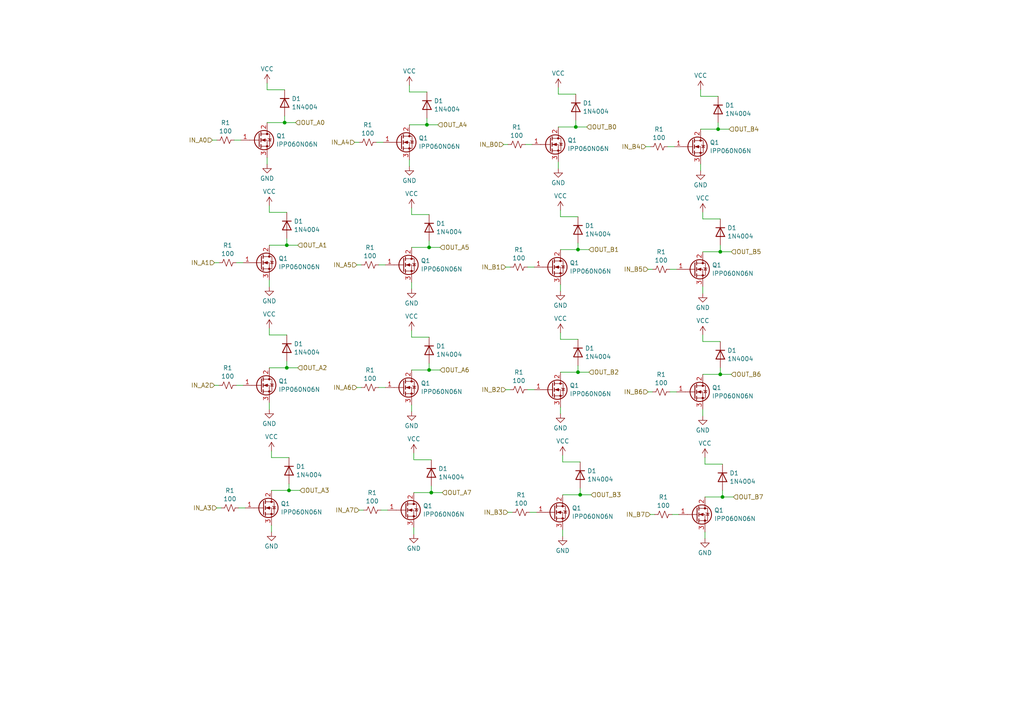
<source format=kicad_sch>
(kicad_sch (version 20230121) (generator eeschema)

  (uuid 67661286-14e9-465e-92f3-c2baa457c49e)

  (paper "A4")

  (lib_symbols
    (symbol "Device:R_Small_US" (pin_numbers hide) (pin_names (offset 0.254) hide) (in_bom yes) (on_board yes)
      (property "Reference" "R" (at 0.762 0.508 0)
        (effects (font (size 1.27 1.27)) (justify left))
      )
      (property "Value" "R_Small_US" (at 0.762 -1.016 0)
        (effects (font (size 1.27 1.27)) (justify left))
      )
      (property "Footprint" "" (at 0 0 0)
        (effects (font (size 1.27 1.27)) hide)
      )
      (property "Datasheet" "~" (at 0 0 0)
        (effects (font (size 1.27 1.27)) hide)
      )
      (property "ki_keywords" "r resistor" (at 0 0 0)
        (effects (font (size 1.27 1.27)) hide)
      )
      (property "ki_description" "Resistor, small US symbol" (at 0 0 0)
        (effects (font (size 1.27 1.27)) hide)
      )
      (property "ki_fp_filters" "R_*" (at 0 0 0)
        (effects (font (size 1.27 1.27)) hide)
      )
      (symbol "R_Small_US_1_1"
        (polyline
          (pts
            (xy 0 0)
            (xy 1.016 -0.381)
            (xy 0 -0.762)
            (xy -1.016 -1.143)
            (xy 0 -1.524)
          )
          (stroke (width 0) (type default))
          (fill (type none))
        )
        (polyline
          (pts
            (xy 0 1.524)
            (xy 1.016 1.143)
            (xy 0 0.762)
            (xy -1.016 0.381)
            (xy 0 0)
          )
          (stroke (width 0) (type default))
          (fill (type none))
        )
        (pin passive line (at 0 2.54 270) (length 1.016)
          (name "~" (effects (font (size 1.27 1.27))))
          (number "1" (effects (font (size 1.27 1.27))))
        )
        (pin passive line (at 0 -2.54 90) (length 1.016)
          (name "~" (effects (font (size 1.27 1.27))))
          (number "2" (effects (font (size 1.27 1.27))))
        )
      )
    )
    (symbol "Diode:1N4004" (pin_numbers hide) (pin_names hide) (in_bom yes) (on_board yes)
      (property "Reference" "D" (at 0 2.54 0)
        (effects (font (size 1.27 1.27)))
      )
      (property "Value" "1N4004" (at 0 -2.54 0)
        (effects (font (size 1.27 1.27)))
      )
      (property "Footprint" "Diode_THT:D_DO-41_SOD81_P10.16mm_Horizontal" (at 0 -4.445 0)
        (effects (font (size 1.27 1.27)) hide)
      )
      (property "Datasheet" "http://www.vishay.com/docs/88503/1n4001.pdf" (at 0 0 0)
        (effects (font (size 1.27 1.27)) hide)
      )
      (property "Sim.Device" "D" (at 0 0 0)
        (effects (font (size 1.27 1.27)) hide)
      )
      (property "Sim.Pins" "1=K 2=A" (at 0 0 0)
        (effects (font (size 1.27 1.27)) hide)
      )
      (property "ki_keywords" "diode" (at 0 0 0)
        (effects (font (size 1.27 1.27)) hide)
      )
      (property "ki_description" "400V 1A General Purpose Rectifier Diode, DO-41" (at 0 0 0)
        (effects (font (size 1.27 1.27)) hide)
      )
      (property "ki_fp_filters" "D*DO?41*" (at 0 0 0)
        (effects (font (size 1.27 1.27)) hide)
      )
      (symbol "1N4004_0_1"
        (polyline
          (pts
            (xy -1.27 1.27)
            (xy -1.27 -1.27)
          )
          (stroke (width 0.254) (type default))
          (fill (type none))
        )
        (polyline
          (pts
            (xy 1.27 0)
            (xy -1.27 0)
          )
          (stroke (width 0) (type default))
          (fill (type none))
        )
        (polyline
          (pts
            (xy 1.27 1.27)
            (xy 1.27 -1.27)
            (xy -1.27 0)
            (xy 1.27 1.27)
          )
          (stroke (width 0.254) (type default))
          (fill (type none))
        )
      )
      (symbol "1N4004_1_1"
        (pin passive line (at -3.81 0 0) (length 2.54)
          (name "K" (effects (font (size 1.27 1.27))))
          (number "1" (effects (font (size 1.27 1.27))))
        )
        (pin passive line (at 3.81 0 180) (length 2.54)
          (name "A" (effects (font (size 1.27 1.27))))
          (number "2" (effects (font (size 1.27 1.27))))
        )
      )
    )
    (symbol "Transistor_FET:IPP060N06N" (pin_names hide) (in_bom yes) (on_board yes)
      (property "Reference" "Q" (at 6.35 1.905 0)
        (effects (font (size 1.27 1.27)) (justify left))
      )
      (property "Value" "IPP060N06N" (at 6.35 0 0)
        (effects (font (size 1.27 1.27)) (justify left))
      )
      (property "Footprint" "Package_TO_SOT_THT:TO-220-3_Vertical" (at 6.35 -1.905 0)
        (effects (font (size 1.27 1.27) italic) (justify left) hide)
      )
      (property "Datasheet" "https://www.infineon.com/dgdl/Infineon-IPP060N06N-DS-v02_02-en.pdf?fileId=db3a30433727a44301372c06d9d7498a" (at 0 0 0)
        (effects (font (size 1.27 1.27)) (justify left) hide)
      )
      (property "ki_keywords" "N-Channel Power MOSFET Infineon" (at 0 0 0)
        (effects (font (size 1.27 1.27)) hide)
      )
      (property "ki_description" "45A Id, 60V Vds, Single N-Channel Power MOSFET, 6mOhm Ron, TO-220" (at 0 0 0)
        (effects (font (size 1.27 1.27)) hide)
      )
      (property "ki_fp_filters" "TO?220*" (at 0 0 0)
        (effects (font (size 1.27 1.27)) hide)
      )
      (symbol "IPP060N06N_0_1"
        (polyline
          (pts
            (xy 0.254 0)
            (xy -2.54 0)
          )
          (stroke (width 0) (type default))
          (fill (type none))
        )
        (polyline
          (pts
            (xy 0.254 1.905)
            (xy 0.254 -1.905)
          )
          (stroke (width 0.254) (type default))
          (fill (type none))
        )
        (polyline
          (pts
            (xy 0.762 -1.27)
            (xy 0.762 -2.286)
          )
          (stroke (width 0.254) (type default))
          (fill (type none))
        )
        (polyline
          (pts
            (xy 0.762 0.508)
            (xy 0.762 -0.508)
          )
          (stroke (width 0.254) (type default))
          (fill (type none))
        )
        (polyline
          (pts
            (xy 0.762 2.286)
            (xy 0.762 1.27)
          )
          (stroke (width 0.254) (type default))
          (fill (type none))
        )
        (polyline
          (pts
            (xy 2.54 2.54)
            (xy 2.54 1.778)
          )
          (stroke (width 0) (type default))
          (fill (type none))
        )
        (polyline
          (pts
            (xy 2.54 -2.54)
            (xy 2.54 0)
            (xy 0.762 0)
          )
          (stroke (width 0) (type default))
          (fill (type none))
        )
        (polyline
          (pts
            (xy 0.762 -1.778)
            (xy 3.302 -1.778)
            (xy 3.302 1.778)
            (xy 0.762 1.778)
          )
          (stroke (width 0) (type default))
          (fill (type none))
        )
        (polyline
          (pts
            (xy 1.016 0)
            (xy 2.032 0.381)
            (xy 2.032 -0.381)
            (xy 1.016 0)
          )
          (stroke (width 0) (type default))
          (fill (type outline))
        )
        (polyline
          (pts
            (xy 2.794 0.508)
            (xy 2.921 0.381)
            (xy 3.683 0.381)
            (xy 3.81 0.254)
          )
          (stroke (width 0) (type default))
          (fill (type none))
        )
        (polyline
          (pts
            (xy 3.302 0.381)
            (xy 2.921 -0.254)
            (xy 3.683 -0.254)
            (xy 3.302 0.381)
          )
          (stroke (width 0) (type default))
          (fill (type none))
        )
        (circle (center 1.651 0) (radius 2.794)
          (stroke (width 0.254) (type default))
          (fill (type none))
        )
        (circle (center 2.54 -1.778) (radius 0.254)
          (stroke (width 0) (type default))
          (fill (type outline))
        )
        (circle (center 2.54 1.778) (radius 0.254)
          (stroke (width 0) (type default))
          (fill (type outline))
        )
      )
      (symbol "IPP060N06N_1_1"
        (pin input line (at -5.08 0 0) (length 2.54)
          (name "G" (effects (font (size 1.27 1.27))))
          (number "1" (effects (font (size 1.27 1.27))))
        )
        (pin passive line (at 2.54 5.08 270) (length 2.54)
          (name "D" (effects (font (size 1.27 1.27))))
          (number "2" (effects (font (size 1.27 1.27))))
        )
        (pin passive line (at 2.54 -5.08 90) (length 2.54)
          (name "S" (effects (font (size 1.27 1.27))))
          (number "3" (effects (font (size 1.27 1.27))))
        )
      )
    )
    (symbol "power:GND" (power) (pin_names (offset 0)) (in_bom yes) (on_board yes)
      (property "Reference" "#PWR" (at 0 -6.35 0)
        (effects (font (size 1.27 1.27)) hide)
      )
      (property "Value" "GND" (at 0 -3.81 0)
        (effects (font (size 1.27 1.27)))
      )
      (property "Footprint" "" (at 0 0 0)
        (effects (font (size 1.27 1.27)) hide)
      )
      (property "Datasheet" "" (at 0 0 0)
        (effects (font (size 1.27 1.27)) hide)
      )
      (property "ki_keywords" "global power" (at 0 0 0)
        (effects (font (size 1.27 1.27)) hide)
      )
      (property "ki_description" "Power symbol creates a global label with name \"GND\" , ground" (at 0 0 0)
        (effects (font (size 1.27 1.27)) hide)
      )
      (symbol "GND_0_1"
        (polyline
          (pts
            (xy 0 0)
            (xy 0 -1.27)
            (xy 1.27 -1.27)
            (xy 0 -2.54)
            (xy -1.27 -1.27)
            (xy 0 -1.27)
          )
          (stroke (width 0) (type default))
          (fill (type none))
        )
      )
      (symbol "GND_1_1"
        (pin power_in line (at 0 0 270) (length 0) hide
          (name "GND" (effects (font (size 1.27 1.27))))
          (number "1" (effects (font (size 1.27 1.27))))
        )
      )
    )
    (symbol "power:VCC" (power) (pin_names (offset 0)) (in_bom yes) (on_board yes)
      (property "Reference" "#PWR" (at 0 -3.81 0)
        (effects (font (size 1.27 1.27)) hide)
      )
      (property "Value" "VCC" (at 0 3.81 0)
        (effects (font (size 1.27 1.27)))
      )
      (property "Footprint" "" (at 0 0 0)
        (effects (font (size 1.27 1.27)) hide)
      )
      (property "Datasheet" "" (at 0 0 0)
        (effects (font (size 1.27 1.27)) hide)
      )
      (property "ki_keywords" "global power" (at 0 0 0)
        (effects (font (size 1.27 1.27)) hide)
      )
      (property "ki_description" "Power symbol creates a global label with name \"VCC\"" (at 0 0 0)
        (effects (font (size 1.27 1.27)) hide)
      )
      (symbol "VCC_0_1"
        (polyline
          (pts
            (xy -0.762 1.27)
            (xy 0 2.54)
          )
          (stroke (width 0) (type default))
          (fill (type none))
        )
        (polyline
          (pts
            (xy 0 0)
            (xy 0 2.54)
          )
          (stroke (width 0) (type default))
          (fill (type none))
        )
        (polyline
          (pts
            (xy 0 2.54)
            (xy 0.762 1.27)
          )
          (stroke (width 0) (type default))
          (fill (type none))
        )
      )
      (symbol "VCC_1_1"
        (pin power_in line (at 0 0 90) (length 0) hide
          (name "VCC" (effects (font (size 1.27 1.27))))
          (number "1" (effects (font (size 1.27 1.27))))
        )
      )
    )
  )

  (junction (at 168.275 143.51) (diameter 0) (color 0 0 0 0)
    (uuid 28b22ded-46fb-41e3-afce-191b59885af3)
  )
  (junction (at 167.64 72.39) (diameter 0) (color 0 0 0 0)
    (uuid 3614cfaa-48f2-44b0-a341-e48e22a4b65a)
  )
  (junction (at 82.55 35.56) (diameter 0) (color 0 0 0 0)
    (uuid 3b34ad74-1364-4b4c-991f-faf24f687d22)
  )
  (junction (at 167.64 107.95) (diameter 0) (color 0 0 0 0)
    (uuid 3fa81fad-eab6-4f5f-a068-58aee7d4b47d)
  )
  (junction (at 209.55 144.145) (diameter 0) (color 0 0 0 0)
    (uuid 55e3175b-877d-4da7-8b59-9fe543c7d156)
  )
  (junction (at 83.185 71.12) (diameter 0) (color 0 0 0 0)
    (uuid 6b8277e2-56bd-42b4-a5d3-48c2e8f6d149)
  )
  (junction (at 83.185 106.68) (diameter 0) (color 0 0 0 0)
    (uuid 8310a75f-2f0a-474a-866d-6e5cca53fa86)
  )
  (junction (at 83.82 142.24) (diameter 0) (color 0 0 0 0)
    (uuid 8fea2641-8ba1-42bc-8c6d-7947c61c4dbb)
  )
  (junction (at 123.825 36.195) (diameter 0) (color 0 0 0 0)
    (uuid a2942e8c-381b-4d2a-a2f9-353390f8ccd9)
  )
  (junction (at 124.46 71.755) (diameter 0) (color 0 0 0 0)
    (uuid a2fe9017-b4c2-4d1b-a314-78fe95ca827f)
  )
  (junction (at 208.915 108.585) (diameter 0) (color 0 0 0 0)
    (uuid c02bc692-0754-4b66-94a3-b655efd0d8d3)
  )
  (junction (at 124.46 107.315) (diameter 0) (color 0 0 0 0)
    (uuid cb5bb2b9-6166-479d-a3b4-a4391b251eb2)
  )
  (junction (at 167.005 36.83) (diameter 0) (color 0 0 0 0)
    (uuid ccb4900f-55a9-422e-90dc-6635921341cb)
  )
  (junction (at 208.28 37.465) (diameter 0) (color 0 0 0 0)
    (uuid de1f61dd-12c7-46c3-b630-7438577db565)
  )
  (junction (at 208.915 73.025) (diameter 0) (color 0 0 0 0)
    (uuid dea17859-ee47-4c20-944a-e7824ed325ae)
  )
  (junction (at 125.095 142.875) (diameter 0) (color 0 0 0 0)
    (uuid e47f1799-2b4f-4fe8-b235-a184e3b1ada1)
  )

  (wire (pts (xy 167.64 62.865) (xy 162.56 62.865))
    (stroke (width 0) (type default))
    (uuid 011a6006-c405-4d86-ab29-00c556cafb14)
  )
  (wire (pts (xy 123.825 26.67) (xy 118.745 26.67))
    (stroke (width 0) (type default))
    (uuid 011ae432-dbd5-4be0-a6c2-9662821ea234)
  )
  (wire (pts (xy 188.595 149.225) (xy 189.865 149.225))
    (stroke (width 0) (type default))
    (uuid 025dc267-4010-4392-bfd6-e0508753d829)
  )
  (wire (pts (xy 83.185 69.215) (xy 83.185 71.12))
    (stroke (width 0) (type default))
    (uuid 034b7845-7d15-4506-9ef5-9fb44758f508)
  )
  (wire (pts (xy 162.56 82.55) (xy 162.56 84.455))
    (stroke (width 0) (type default))
    (uuid 04aa94ea-4ecd-4d47-9e6b-f26617e97d92)
  )
  (wire (pts (xy 146.05 41.91) (xy 147.32 41.91))
    (stroke (width 0) (type default))
    (uuid 0785d827-9a4e-4d89-a5ec-b729591e2fa0)
  )
  (wire (pts (xy 110.49 147.955) (xy 112.395 147.955))
    (stroke (width 0) (type default))
    (uuid 0875363e-6f5b-45b5-82bc-e0c39bbbda02)
  )
  (wire (pts (xy 83.82 142.24) (xy 86.995 142.24))
    (stroke (width 0) (type default))
    (uuid 09f5928e-8813-44b9-a587-a15da51ebf21)
  )
  (wire (pts (xy 78.105 116.84) (xy 78.105 118.745))
    (stroke (width 0) (type default))
    (uuid 0a42ca88-8a04-4fb0-a101-c5b086336080)
  )
  (wire (pts (xy 161.925 46.99) (xy 161.925 48.895))
    (stroke (width 0) (type default))
    (uuid 0a8070ef-7a2b-48e2-9c0d-9cf54921a85b)
  )
  (wire (pts (xy 208.915 108.585) (xy 212.09 108.585))
    (stroke (width 0) (type default))
    (uuid 0e6aa232-dc4d-43fa-b3c0-3d783a34618e)
  )
  (wire (pts (xy 187.325 42.545) (xy 188.595 42.545))
    (stroke (width 0) (type default))
    (uuid 0ef0e078-4cff-4a57-a703-68d25314e34b)
  )
  (wire (pts (xy 118.745 46.355) (xy 118.745 48.26))
    (stroke (width 0) (type default))
    (uuid 10070dcd-da61-483d-b1f2-8fff2e876e94)
  )
  (wire (pts (xy 167.64 70.485) (xy 167.64 72.39))
    (stroke (width 0) (type default))
    (uuid 11556905-be16-4362-b086-0ec1d2c04f04)
  )
  (wire (pts (xy 161.925 36.83) (xy 167.005 36.83))
    (stroke (width 0) (type default))
    (uuid 17411965-73d7-44eb-9a31-617fc91087d7)
  )
  (wire (pts (xy 109.22 41.275) (xy 111.125 41.275))
    (stroke (width 0) (type default))
    (uuid 1a00e305-0eba-4129-8e43-08c8a0b08bad)
  )
  (wire (pts (xy 120.015 131.445) (xy 120.015 133.35))
    (stroke (width 0) (type default))
    (uuid 1d2a5cba-8f82-42d5-992c-a0d862503352)
  )
  (wire (pts (xy 168.275 141.605) (xy 168.275 143.51))
    (stroke (width 0) (type default))
    (uuid 1d4c046f-c63b-4297-b8ee-1806bba39889)
  )
  (wire (pts (xy 161.925 25.4) (xy 161.925 27.305))
    (stroke (width 0) (type default))
    (uuid 1eb4a6ed-e4bc-4a4a-8e4d-9ee64153fc04)
  )
  (wire (pts (xy 208.28 37.465) (xy 211.455 37.465))
    (stroke (width 0) (type default))
    (uuid 2041f336-055c-4be9-8961-ee965b9da2c9)
  )
  (wire (pts (xy 78.74 142.24) (xy 83.82 142.24))
    (stroke (width 0) (type default))
    (uuid 21dc66d2-490e-4456-b270-a46f7b42d21a)
  )
  (wire (pts (xy 118.745 36.195) (xy 123.825 36.195))
    (stroke (width 0) (type default))
    (uuid 236e5cff-46f1-4983-99aa-14d19a194738)
  )
  (wire (pts (xy 204.47 132.715) (xy 204.47 134.62))
    (stroke (width 0) (type default))
    (uuid 239ac945-79dd-4bae-af5a-992763b03650)
  )
  (wire (pts (xy 167.64 98.425) (xy 162.56 98.425))
    (stroke (width 0) (type default))
    (uuid 255048d4-09ae-4bfd-9fa4-a541edf05f2d)
  )
  (wire (pts (xy 67.945 40.64) (xy 69.85 40.64))
    (stroke (width 0) (type default))
    (uuid 2d47861a-0899-4492-9a01-7f8e22a22ed1)
  )
  (wire (pts (xy 168.275 133.985) (xy 163.195 133.985))
    (stroke (width 0) (type default))
    (uuid 2d70222f-2523-4068-910c-707f864704f8)
  )
  (wire (pts (xy 153.67 148.59) (xy 155.575 148.59))
    (stroke (width 0) (type default))
    (uuid 2ef0776c-4913-4d12-9515-c0ac96e5a700)
  )
  (wire (pts (xy 119.38 60.325) (xy 119.38 62.23))
    (stroke (width 0) (type default))
    (uuid 2fd46d11-f37c-4b48-af59-0e75bd34420a)
  )
  (wire (pts (xy 83.185 71.12) (xy 86.36 71.12))
    (stroke (width 0) (type default))
    (uuid 30f2dda5-680b-4989-9ac0-9ef5f47fe55a)
  )
  (wire (pts (xy 208.28 35.56) (xy 208.28 37.465))
    (stroke (width 0) (type default))
    (uuid 314afa0d-fc58-4d2f-8e3c-72e0c065c693)
  )
  (wire (pts (xy 163.195 153.67) (xy 163.195 155.575))
    (stroke (width 0) (type default))
    (uuid 32576296-a911-477e-9e0c-d27907b2788f)
  )
  (wire (pts (xy 124.46 69.85) (xy 124.46 71.755))
    (stroke (width 0) (type default))
    (uuid 32895b1c-e849-40f5-a570-8041043d4759)
  )
  (wire (pts (xy 124.46 97.79) (xy 119.38 97.79))
    (stroke (width 0) (type default))
    (uuid 3295aeb3-81be-4bdc-9129-9657592bd39e)
  )
  (wire (pts (xy 194.31 113.665) (xy 196.215 113.665))
    (stroke (width 0) (type default))
    (uuid 352bbf76-f364-4592-a51f-cc3efc1d1f25)
  )
  (wire (pts (xy 153.035 113.03) (xy 154.94 113.03))
    (stroke (width 0) (type default))
    (uuid 357f6c68-2876-41b2-8c77-d3f85aab2f98)
  )
  (wire (pts (xy 153.035 77.47) (xy 154.94 77.47))
    (stroke (width 0) (type default))
    (uuid 3ae84749-2c8a-40df-8fba-4556192e1790)
  )
  (wire (pts (xy 83.185 97.155) (xy 78.105 97.155))
    (stroke (width 0) (type default))
    (uuid 3b3c1fd3-47cd-40c7-8e25-a485ecd847fa)
  )
  (wire (pts (xy 123.825 34.29) (xy 123.825 36.195))
    (stroke (width 0) (type default))
    (uuid 3d0a1f14-3683-4f09-8f2f-d2d0b1705b36)
  )
  (wire (pts (xy 78.105 59.69) (xy 78.105 61.595))
    (stroke (width 0) (type default))
    (uuid 41d96c0d-13dc-4b7b-817d-7e30dfefa9eb)
  )
  (wire (pts (xy 162.56 72.39) (xy 167.64 72.39))
    (stroke (width 0) (type default))
    (uuid 4ae4a373-0a63-4f31-b339-1c847a1849fe)
  )
  (wire (pts (xy 119.38 95.885) (xy 119.38 97.79))
    (stroke (width 0) (type default))
    (uuid 4d255771-efc4-4a80-92af-a3f29cb4f1eb)
  )
  (wire (pts (xy 194.31 78.105) (xy 196.215 78.105))
    (stroke (width 0) (type default))
    (uuid 50421611-19ee-499b-8df6-577074fbe168)
  )
  (wire (pts (xy 194.945 149.225) (xy 196.85 149.225))
    (stroke (width 0) (type default))
    (uuid 52b1cf18-22ff-457a-8f42-43581a56a6f6)
  )
  (wire (pts (xy 68.58 76.2) (xy 70.485 76.2))
    (stroke (width 0) (type default))
    (uuid 5643be26-24a4-43e7-b6e0-97a5fb575db9)
  )
  (wire (pts (xy 118.745 24.765) (xy 118.745 26.67))
    (stroke (width 0) (type default))
    (uuid 56a8eea0-c17c-4b0e-a980-36a92fb5c560)
  )
  (wire (pts (xy 162.56 107.95) (xy 167.64 107.95))
    (stroke (width 0) (type default))
    (uuid 58ae6154-c8f4-46d8-9ba6-5d2d72aaff10)
  )
  (wire (pts (xy 204.47 144.145) (xy 209.55 144.145))
    (stroke (width 0) (type default))
    (uuid 58c3dd76-87ee-49ac-89ee-06b385dd59c2)
  )
  (wire (pts (xy 124.46 62.23) (xy 119.38 62.23))
    (stroke (width 0) (type default))
    (uuid 5c24a4c3-009d-473b-ad44-cbeeddcfafbc)
  )
  (wire (pts (xy 62.865 147.32) (xy 64.135 147.32))
    (stroke (width 0) (type default))
    (uuid 5e40832e-8382-4bc0-820b-d00dcbcdef9b)
  )
  (wire (pts (xy 119.38 117.475) (xy 119.38 119.38))
    (stroke (width 0) (type default))
    (uuid 604afb4f-709a-40cb-9c65-8e4726675d58)
  )
  (wire (pts (xy 78.105 71.12) (xy 83.185 71.12))
    (stroke (width 0) (type default))
    (uuid 645db2ef-5cd2-4325-9471-ab41485bd4dd)
  )
  (wire (pts (xy 104.14 147.955) (xy 105.41 147.955))
    (stroke (width 0) (type default))
    (uuid 66455b34-0c6e-4d90-b192-dcf4b92f1af2)
  )
  (wire (pts (xy 120.015 142.875) (xy 125.095 142.875))
    (stroke (width 0) (type default))
    (uuid 66d9ec5f-fe10-4035-b56c-bf31c6fa0cba)
  )
  (wire (pts (xy 167.005 34.925) (xy 167.005 36.83))
    (stroke (width 0) (type default))
    (uuid 694bf863-677c-42be-ba57-92a3b3785c86)
  )
  (wire (pts (xy 146.685 113.03) (xy 147.955 113.03))
    (stroke (width 0) (type default))
    (uuid 698a911c-230b-4f50-8091-e9ddb70d1c5c)
  )
  (wire (pts (xy 61.595 40.64) (xy 62.865 40.64))
    (stroke (width 0) (type default))
    (uuid 6d43d057-a137-4a28-ae6e-d1750cfbd65f)
  )
  (wire (pts (xy 167.64 106.045) (xy 167.64 107.95))
    (stroke (width 0) (type default))
    (uuid 6e1b1007-ba39-4a36-8f7c-ca4a62da1a1f)
  )
  (wire (pts (xy 187.96 78.105) (xy 189.23 78.105))
    (stroke (width 0) (type default))
    (uuid 7029a493-bbb2-4b67-924d-82b8abbb5e8f)
  )
  (wire (pts (xy 125.095 142.875) (xy 128.27 142.875))
    (stroke (width 0) (type default))
    (uuid 72a2cdbc-457a-46d1-bacd-2eadb476bad5)
  )
  (wire (pts (xy 83.82 132.715) (xy 78.74 132.715))
    (stroke (width 0) (type default))
    (uuid 7490b256-eacc-44d0-ad1a-2ccf02487c10)
  )
  (wire (pts (xy 83.185 104.775) (xy 83.185 106.68))
    (stroke (width 0) (type default))
    (uuid 74986863-c37d-4c3b-aaef-c0c642f4d4ec)
  )
  (wire (pts (xy 125.095 133.35) (xy 120.015 133.35))
    (stroke (width 0) (type default))
    (uuid 76fa16fd-0143-4e2d-84d5-b6ade0dee8dd)
  )
  (wire (pts (xy 203.835 83.185) (xy 203.835 85.09))
    (stroke (width 0) (type default))
    (uuid 776d311a-c587-4f22-9c02-2945ca9a6122)
  )
  (wire (pts (xy 208.28 27.94) (xy 203.2 27.94))
    (stroke (width 0) (type default))
    (uuid 7a5a6b26-9836-4fd2-9c92-f58ead5fb255)
  )
  (wire (pts (xy 163.195 143.51) (xy 168.275 143.51))
    (stroke (width 0) (type default))
    (uuid 7b5b150e-451e-4ddc-9561-d604d678199e)
  )
  (wire (pts (xy 187.96 113.665) (xy 189.23 113.665))
    (stroke (width 0) (type default))
    (uuid 7ec6a581-06f9-4079-a292-87f5eb9f0871)
  )
  (wire (pts (xy 68.58 111.76) (xy 70.485 111.76))
    (stroke (width 0) (type default))
    (uuid 80159ba5-cdf3-44f5-b256-040e99452da9)
  )
  (wire (pts (xy 119.38 71.755) (xy 124.46 71.755))
    (stroke (width 0) (type default))
    (uuid 8101fb9f-b112-4a19-b15f-58f36a63e04b)
  )
  (wire (pts (xy 208.915 106.68) (xy 208.915 108.585))
    (stroke (width 0) (type default))
    (uuid 815a02a6-9b44-4ee0-a5a5-57a703cd98a7)
  )
  (wire (pts (xy 162.56 60.96) (xy 162.56 62.865))
    (stroke (width 0) (type default))
    (uuid 85a5d618-568d-4212-979a-1df5d036c0ff)
  )
  (wire (pts (xy 124.46 71.755) (xy 127.635 71.755))
    (stroke (width 0) (type default))
    (uuid 88773eb5-dd63-4d64-b371-b95e45489a79)
  )
  (wire (pts (xy 78.74 152.4) (xy 78.74 154.305))
    (stroke (width 0) (type default))
    (uuid 8b974836-bed2-4750-8a76-f37cb559b99c)
  )
  (wire (pts (xy 83.185 61.595) (xy 78.105 61.595))
    (stroke (width 0) (type default))
    (uuid 8bd06988-f6ee-45ff-9df0-60df91b8185f)
  )
  (wire (pts (xy 124.46 105.41) (xy 124.46 107.315))
    (stroke (width 0) (type default))
    (uuid 8de59902-0b1a-4d9a-b106-b52453782db3)
  )
  (wire (pts (xy 103.505 112.395) (xy 104.775 112.395))
    (stroke (width 0) (type default))
    (uuid 8eaf809b-11d0-4358-909d-5690897339df)
  )
  (wire (pts (xy 109.855 76.835) (xy 111.76 76.835))
    (stroke (width 0) (type default))
    (uuid 8fdcb4b0-a6f5-46d6-a8ff-293566bb7e6d)
  )
  (wire (pts (xy 62.23 111.76) (xy 63.5 111.76))
    (stroke (width 0) (type default))
    (uuid 924786f5-af86-43c8-a882-a601980adf0a)
  )
  (wire (pts (xy 163.195 132.08) (xy 163.195 133.985))
    (stroke (width 0) (type default))
    (uuid 92d79c50-764c-42b8-8aeb-a832a5085b92)
  )
  (wire (pts (xy 152.4 41.91) (xy 154.305 41.91))
    (stroke (width 0) (type default))
    (uuid 9301d614-f814-4f4f-ab39-05600049c02a)
  )
  (wire (pts (xy 78.105 95.25) (xy 78.105 97.155))
    (stroke (width 0) (type default))
    (uuid 93e6d220-36ae-4ef5-b453-dad938a7178c)
  )
  (wire (pts (xy 83.82 140.335) (xy 83.82 142.24))
    (stroke (width 0) (type default))
    (uuid 99c0ad24-651f-4d5a-91ca-6e07a86ffe8f)
  )
  (wire (pts (xy 208.915 73.025) (xy 212.09 73.025))
    (stroke (width 0) (type default))
    (uuid 9e451fc1-22c6-4dce-8b22-6650d7f45fa2)
  )
  (wire (pts (xy 124.46 107.315) (xy 127.635 107.315))
    (stroke (width 0) (type default))
    (uuid 9f1af1c9-87b9-415b-a9d1-8e76f8c5f13c)
  )
  (wire (pts (xy 147.32 148.59) (xy 148.59 148.59))
    (stroke (width 0) (type default))
    (uuid a04e335f-34e7-4ff3-9757-c2d519965a2a)
  )
  (wire (pts (xy 82.55 26.035) (xy 77.47 26.035))
    (stroke (width 0) (type default))
    (uuid a109d1aa-8f13-4137-a8a0-a4e6b2dd87f7)
  )
  (wire (pts (xy 167.005 36.83) (xy 170.18 36.83))
    (stroke (width 0) (type default))
    (uuid a1975efe-f775-460b-8902-d4bb3edb822b)
  )
  (wire (pts (xy 208.915 63.5) (xy 203.835 63.5))
    (stroke (width 0) (type default))
    (uuid a5906d36-d382-4837-a22d-895dbace99fb)
  )
  (wire (pts (xy 203.835 61.595) (xy 203.835 63.5))
    (stroke (width 0) (type default))
    (uuid a627c4dc-159a-4558-93c2-440159665cc3)
  )
  (wire (pts (xy 167.005 27.305) (xy 161.925 27.305))
    (stroke (width 0) (type default))
    (uuid a63a3723-db0d-4bee-b5c4-0997b491e8bf)
  )
  (wire (pts (xy 203.835 97.155) (xy 203.835 99.06))
    (stroke (width 0) (type default))
    (uuid a74fa74b-b31c-4e1c-b175-67845132e19b)
  )
  (wire (pts (xy 83.185 106.68) (xy 86.36 106.68))
    (stroke (width 0) (type default))
    (uuid a7715d95-065a-47fe-9103-95c14586cc95)
  )
  (wire (pts (xy 78.105 81.28) (xy 78.105 83.185))
    (stroke (width 0) (type default))
    (uuid a7dd5be2-d190-4d6e-9f29-a62c24052bc0)
  )
  (wire (pts (xy 162.56 96.52) (xy 162.56 98.425))
    (stroke (width 0) (type default))
    (uuid ac37d7ee-011b-49ca-9e88-9fe160ed2702)
  )
  (wire (pts (xy 209.55 134.62) (xy 204.47 134.62))
    (stroke (width 0) (type default))
    (uuid af57511d-4cab-4442-a072-8978e79963f1)
  )
  (wire (pts (xy 209.55 142.24) (xy 209.55 144.145))
    (stroke (width 0) (type default))
    (uuid b2ec2feb-9f5b-4c6d-ba93-f7231b48470b)
  )
  (wire (pts (xy 162.56 118.11) (xy 162.56 120.015))
    (stroke (width 0) (type default))
    (uuid b704cea5-1cf8-4f67-a2f2-7bd443abcc4a)
  )
  (wire (pts (xy 167.64 72.39) (xy 170.815 72.39))
    (stroke (width 0) (type default))
    (uuid b76a1735-3952-41c1-a606-2599d0c32132)
  )
  (wire (pts (xy 203.2 47.625) (xy 203.2 49.53))
    (stroke (width 0) (type default))
    (uuid b7bb2627-30d3-453d-803f-dd4919797250)
  )
  (wire (pts (xy 203.835 73.025) (xy 208.915 73.025))
    (stroke (width 0) (type default))
    (uuid bd3337e5-2ce7-4ba4-b847-182efbd64e62)
  )
  (wire (pts (xy 203.835 118.745) (xy 203.835 120.65))
    (stroke (width 0) (type default))
    (uuid c060f882-ee2b-46d4-a202-677d1777e052)
  )
  (wire (pts (xy 82.55 33.655) (xy 82.55 35.56))
    (stroke (width 0) (type default))
    (uuid c16f6045-47ae-44d9-a15e-9ca211ba8fb7)
  )
  (wire (pts (xy 82.55 35.56) (xy 85.725 35.56))
    (stroke (width 0) (type default))
    (uuid c18a6566-f9e8-49af-a646-55a9ee53f80c)
  )
  (wire (pts (xy 123.825 36.195) (xy 127 36.195))
    (stroke (width 0) (type default))
    (uuid c27a9af5-79bd-43be-a768-7221c257dc16)
  )
  (wire (pts (xy 119.38 81.915) (xy 119.38 83.82))
    (stroke (width 0) (type default))
    (uuid c6f339ac-4235-4ffb-9fda-a898f11388b8)
  )
  (wire (pts (xy 167.64 107.95) (xy 170.815 107.95))
    (stroke (width 0) (type default))
    (uuid cba92a36-292e-4b63-9c42-323d2d479345)
  )
  (wire (pts (xy 208.915 99.06) (xy 203.835 99.06))
    (stroke (width 0) (type default))
    (uuid cf21c5d7-d5a3-4e6f-87db-9775e176f836)
  )
  (wire (pts (xy 77.47 45.72) (xy 77.47 47.625))
    (stroke (width 0) (type default))
    (uuid d05203a2-1cad-4f48-ad92-4988f2d45da6)
  )
  (wire (pts (xy 168.275 143.51) (xy 171.45 143.51))
    (stroke (width 0) (type default))
    (uuid d1ca9031-4e4b-4a0c-a1f8-3102dd782026)
  )
  (wire (pts (xy 103.505 76.835) (xy 104.775 76.835))
    (stroke (width 0) (type default))
    (uuid d358a83e-c879-4e6f-8f11-2a4feb7c7a69)
  )
  (wire (pts (xy 125.095 140.97) (xy 125.095 142.875))
    (stroke (width 0) (type default))
    (uuid d446c39a-cc21-4649-bc09-e640f51c849c)
  )
  (wire (pts (xy 102.87 41.275) (xy 104.14 41.275))
    (stroke (width 0) (type default))
    (uuid d6445e21-6c2f-4b45-a322-007a62a76d4d)
  )
  (wire (pts (xy 77.47 35.56) (xy 82.55 35.56))
    (stroke (width 0) (type default))
    (uuid dbd34a89-3a58-4bc0-a9df-29187057ceee)
  )
  (wire (pts (xy 77.47 24.13) (xy 77.47 26.035))
    (stroke (width 0) (type default))
    (uuid dc3a9a18-08ab-4d7c-9616-337652542ace)
  )
  (wire (pts (xy 120.015 153.035) (xy 120.015 154.94))
    (stroke (width 0) (type default))
    (uuid dcbfffc0-a7c4-4691-98c1-cfa9d5341ea5)
  )
  (wire (pts (xy 203.2 26.035) (xy 203.2 27.94))
    (stroke (width 0) (type default))
    (uuid e082f7ce-de14-4690-a429-2f1c631c343a)
  )
  (wire (pts (xy 109.855 112.395) (xy 111.76 112.395))
    (stroke (width 0) (type default))
    (uuid eaff31f1-e8de-474d-ab68-6f0e4949f0ab)
  )
  (wire (pts (xy 193.675 42.545) (xy 195.58 42.545))
    (stroke (width 0) (type default))
    (uuid eb84e526-1df3-472e-8aa2-d53124125bd6)
  )
  (wire (pts (xy 78.74 130.81) (xy 78.74 132.715))
    (stroke (width 0) (type default))
    (uuid ebd8f2bf-cfed-4511-8a1b-87db73bc6e61)
  )
  (wire (pts (xy 204.47 154.305) (xy 204.47 156.21))
    (stroke (width 0) (type default))
    (uuid ee9c1154-234e-4143-994d-673260e2a4b1)
  )
  (wire (pts (xy 209.55 144.145) (xy 212.725 144.145))
    (stroke (width 0) (type default))
    (uuid ef33f5ff-dbd5-43cf-94f2-722e2eed0813)
  )
  (wire (pts (xy 78.105 106.68) (xy 83.185 106.68))
    (stroke (width 0) (type default))
    (uuid efccece2-03fa-4ce9-ac78-58301ab30c0a)
  )
  (wire (pts (xy 203.835 108.585) (xy 208.915 108.585))
    (stroke (width 0) (type default))
    (uuid efd760c8-5b88-4042-80c4-b5bbef743bbd)
  )
  (wire (pts (xy 69.215 147.32) (xy 71.12 147.32))
    (stroke (width 0) (type default))
    (uuid f2832701-8089-47c6-a8a4-8ed2b3847699)
  )
  (wire (pts (xy 62.23 76.2) (xy 63.5 76.2))
    (stroke (width 0) (type default))
    (uuid f616aefa-29ba-41ec-be43-e10548cab36c)
  )
  (wire (pts (xy 203.2 37.465) (xy 208.28 37.465))
    (stroke (width 0) (type default))
    (uuid f9b80d89-526e-4bae-b58c-bc7b1057698e)
  )
  (wire (pts (xy 119.38 107.315) (xy 124.46 107.315))
    (stroke (width 0) (type default))
    (uuid f9fea097-7dec-481d-9c59-ce58729ef368)
  )
  (wire (pts (xy 208.915 71.12) (xy 208.915 73.025))
    (stroke (width 0) (type default))
    (uuid fa9c9912-bb2d-4051-b015-d2c044261320)
  )
  (wire (pts (xy 146.685 77.47) (xy 147.955 77.47))
    (stroke (width 0) (type default))
    (uuid fc614c75-35c1-4fc2-bc95-93d8208c219d)
  )

  (hierarchical_label "OUT_B7" (shape input) (at 212.725 144.145 0) (fields_autoplaced)
    (effects (font (size 1.27 1.27)) (justify left))
    (uuid 08425558-edd9-4183-9261-9a030c5e3c6b)
  )
  (hierarchical_label "OUT_A7" (shape input) (at 128.27 142.875 0) (fields_autoplaced)
    (effects (font (size 1.27 1.27)) (justify left))
    (uuid 13a1124a-8742-4e28-8386-4775734c8c0c)
  )
  (hierarchical_label "IN_B2" (shape input) (at 146.685 113.03 180) (fields_autoplaced)
    (effects (font (size 1.27 1.27)) (justify right))
    (uuid 15851786-972f-4962-aa2d-e55cf9175026)
  )
  (hierarchical_label "IN_A5" (shape input) (at 103.505 76.835 180) (fields_autoplaced)
    (effects (font (size 1.27 1.27)) (justify right))
    (uuid 2189ce02-7121-4e4c-ad14-4982cba46ad9)
  )
  (hierarchical_label "IN_A1" (shape input) (at 62.23 76.2 180) (fields_autoplaced)
    (effects (font (size 1.27 1.27)) (justify right))
    (uuid 21940fec-fdb7-403f-90df-25f7e213555b)
  )
  (hierarchical_label "OUT_B0" (shape input) (at 170.18 36.83 0) (fields_autoplaced)
    (effects (font (size 1.27 1.27)) (justify left))
    (uuid 2d886ff6-9581-42fa-a82e-b1eccf249b80)
  )
  (hierarchical_label "IN_A4" (shape input) (at 102.87 41.275 180) (fields_autoplaced)
    (effects (font (size 1.27 1.27)) (justify right))
    (uuid 4028aa0d-0b64-4a5f-bd53-79f75424368b)
  )
  (hierarchical_label "IN_B6" (shape input) (at 187.96 113.665 180) (fields_autoplaced)
    (effects (font (size 1.27 1.27)) (justify right))
    (uuid 49b7e52e-453a-4c78-9e97-d7fa29ed13f2)
  )
  (hierarchical_label "IN_A6" (shape input) (at 103.505 112.395 180) (fields_autoplaced)
    (effects (font (size 1.27 1.27)) (justify right))
    (uuid 4ceadbe4-3a70-4ebc-b734-1e0d5dd31879)
  )
  (hierarchical_label "OUT_A6" (shape input) (at 127.635 107.315 0) (fields_autoplaced)
    (effects (font (size 1.27 1.27)) (justify left))
    (uuid 55003fb3-6195-4e10-b99b-4f754d62ef0d)
  )
  (hierarchical_label "OUT_B5" (shape input) (at 212.09 73.025 0) (fields_autoplaced)
    (effects (font (size 1.27 1.27)) (justify left))
    (uuid 5b7a1e39-e6b6-40ec-b3f0-6c5945d2283a)
  )
  (hierarchical_label "OUT_B4" (shape input) (at 211.455 37.465 0) (fields_autoplaced)
    (effects (font (size 1.27 1.27)) (justify left))
    (uuid 7389f403-bc1a-4949-93cc-53679eecf00c)
  )
  (hierarchical_label "IN_A0" (shape input) (at 61.595 40.64 180) (fields_autoplaced)
    (effects (font (size 1.27 1.27)) (justify right))
    (uuid 7f939da3-38ff-4cd6-b5ee-0ab51d1ab04c)
  )
  (hierarchical_label "OUT_A2" (shape input) (at 86.36 106.68 0) (fields_autoplaced)
    (effects (font (size 1.27 1.27)) (justify left))
    (uuid 815f5f76-2a11-4258-a1fd-a70f017a9dbc)
  )
  (hierarchical_label "IN_A7" (shape input) (at 104.14 147.955 180) (fields_autoplaced)
    (effects (font (size 1.27 1.27)) (justify right))
    (uuid 8f38c961-c21c-46a8-826f-34e5ab07ceb2)
  )
  (hierarchical_label "IN_B0" (shape input) (at 146.05 41.91 180) (fields_autoplaced)
    (effects (font (size 1.27 1.27)) (justify right))
    (uuid 8f5e4d68-58d9-4248-8932-5b020abca062)
  )
  (hierarchical_label "OUT_A5" (shape input) (at 127.635 71.755 0) (fields_autoplaced)
    (effects (font (size 1.27 1.27)) (justify left))
    (uuid 99e37de2-5917-48a2-a4ff-cd35b866d6ee)
  )
  (hierarchical_label "OUT_A4" (shape input) (at 127 36.195 0) (fields_autoplaced)
    (effects (font (size 1.27 1.27)) (justify left))
    (uuid 9ad8a930-f6cd-482b-986d-c1f3af633d88)
  )
  (hierarchical_label "OUT_B6" (shape input) (at 212.09 108.585 0) (fields_autoplaced)
    (effects (font (size 1.27 1.27)) (justify left))
    (uuid a18c9489-b00b-4c1a-89b2-e5f065efffb2)
  )
  (hierarchical_label "OUT_B3" (shape input) (at 171.45 143.51 0) (fields_autoplaced)
    (effects (font (size 1.27 1.27)) (justify left))
    (uuid a862fbf4-f1b0-44cc-8d79-f4d8f0fac1ba)
  )
  (hierarchical_label "OUT_B2" (shape input) (at 170.815 107.95 0) (fields_autoplaced)
    (effects (font (size 1.27 1.27)) (justify left))
    (uuid aad02088-2c9d-408c-8d8f-c260a4546e8f)
  )
  (hierarchical_label "OUT_A0" (shape input) (at 85.725 35.56 0) (fields_autoplaced)
    (effects (font (size 1.27 1.27)) (justify left))
    (uuid ab852625-e29d-4088-b644-3cab0db8793d)
  )
  (hierarchical_label "IN_B4" (shape input) (at 187.325 42.545 180) (fields_autoplaced)
    (effects (font (size 1.27 1.27)) (justify right))
    (uuid af8da5f4-d0b1-4e14-9e02-7036c8856e1d)
  )
  (hierarchical_label "IN_B5" (shape input) (at 187.96 78.105 180) (fields_autoplaced)
    (effects (font (size 1.27 1.27)) (justify right))
    (uuid b3745aea-b126-456e-9fdb-c878502bc609)
  )
  (hierarchical_label "IN_A3" (shape input) (at 62.865 147.32 180) (fields_autoplaced)
    (effects (font (size 1.27 1.27)) (justify right))
    (uuid c0466b01-7bce-478b-b295-acd813ac889d)
  )
  (hierarchical_label "IN_A2" (shape input) (at 62.23 111.76 180) (fields_autoplaced)
    (effects (font (size 1.27 1.27)) (justify right))
    (uuid c4d0db14-f2a3-4066-86a6-13076b2dbb9a)
  )
  (hierarchical_label "OUT_A3" (shape input) (at 86.995 142.24 0) (fields_autoplaced)
    (effects (font (size 1.27 1.27)) (justify left))
    (uuid ddfda1f1-f600-47f8-9b79-0498ef340705)
  )
  (hierarchical_label "OUT_B1" (shape input) (at 170.815 72.39 0) (fields_autoplaced)
    (effects (font (size 1.27 1.27)) (justify left))
    (uuid ef74823c-26cb-4789-9ef3-8f761804be88)
  )
  (hierarchical_label "OUT_A1" (shape input) (at 86.36 71.12 0) (fields_autoplaced)
    (effects (font (size 1.27 1.27)) (justify left))
    (uuid efb5603f-a10c-4e3c-9cff-ec2c99c7fb0a)
  )
  (hierarchical_label "IN_B1" (shape input) (at 146.685 77.47 180) (fields_autoplaced)
    (effects (font (size 1.27 1.27)) (justify right))
    (uuid f2921c4d-d09c-4161-8699-50a2df3fc755)
  )
  (hierarchical_label "IN_B7" (shape input) (at 188.595 149.225 180) (fields_autoplaced)
    (effects (font (size 1.27 1.27)) (justify right))
    (uuid f304b867-18d8-4e61-92c0-44b48056e99f)
  )
  (hierarchical_label "IN_B3" (shape input) (at 147.32 148.59 180) (fields_autoplaced)
    (effects (font (size 1.27 1.27)) (justify right))
    (uuid f99956f4-9ef9-4cdd-8524-79e58351e75c)
  )

  (symbol (lib_id "Transistor_FET:IPP060N06N") (at 201.295 113.665 0) (unit 1)
    (in_bom yes) (on_board yes) (dnp no) (fields_autoplaced)
    (uuid 0284c2c4-1bd9-48e8-ba50-9f029533399c)
    (property "Reference" "Q1" (at 206.502 112.4529 0)
      (effects (font (size 1.27 1.27)) (justify left))
    )
    (property "Value" "IPP060N06N" (at 206.502 114.8771 0)
      (effects (font (size 1.27 1.27)) (justify left))
    )
    (property "Footprint" "Package_TO_SOT_THT:TO-220-3_Vertical" (at 207.645 115.57 0)
      (effects (font (size 1.27 1.27) italic) (justify left) hide)
    )
    (property "Datasheet" "https://www.infineon.com/dgdl/Infineon-IPP060N06N-DS-v02_02-en.pdf?fileId=db3a30433727a44301372c06d9d7498a" (at 201.295 113.665 0)
      (effects (font (size 1.27 1.27)) (justify left) hide)
    )
    (pin "1" (uuid af241979-fc05-411b-8de2-f505f08218df))
    (pin "2" (uuid 18b77946-7c6e-4567-a3a9-c4b2ffe90e73))
    (pin "3" (uuid 19097b45-2d1c-40b8-8bbd-8a7eefecb6d2))
    (instances
      (project "mcp23s17_mosfet_combo"
        (path "/472ab3f0-0b4b-4534-8c1c-6d4f9b4806cb"
          (reference "Q1") (unit 1)
        )
        (path "/472ab3f0-0b4b-4534-8c1c-6d4f9b4806cb/95fe0939-d58d-4a69-9b47-9098af005b65"
          (reference "Q15") (unit 1)
        )
      )
    )
  )

  (symbol (lib_id "Diode:1N4004") (at 208.915 67.31 270) (unit 1)
    (in_bom yes) (on_board yes) (dnp no) (fields_autoplaced)
    (uuid 05a66e71-4489-417f-8c23-fc7272afb15d)
    (property "Reference" "D1" (at 210.947 66.0979 90)
      (effects (font (size 1.27 1.27)) (justify left))
    )
    (property "Value" "1N4004" (at 210.947 68.5221 90)
      (effects (font (size 1.27 1.27)) (justify left))
    )
    (property "Footprint" "Diode_THT:D_DO-41_SOD81_P10.16mm_Horizontal" (at 204.47 67.31 0)
      (effects (font (size 1.27 1.27)) hide)
    )
    (property "Datasheet" "http://www.vishay.com/docs/88503/1n4001.pdf" (at 208.915 67.31 0)
      (effects (font (size 1.27 1.27)) hide)
    )
    (property "Sim.Device" "D" (at 208.915 67.31 0)
      (effects (font (size 1.27 1.27)) hide)
    )
    (property "Sim.Pins" "1=K 2=A" (at 208.915 67.31 0)
      (effects (font (size 1.27 1.27)) hide)
    )
    (pin "1" (uuid 26eaea61-949b-4c73-8182-756f798a5192))
    (pin "2" (uuid 749fafd3-2cff-48d2-9eaa-8da4a5cb9894))
    (instances
      (project "mcp23s17_mosfet_combo"
        (path "/472ab3f0-0b4b-4534-8c1c-6d4f9b4806cb"
          (reference "D1") (unit 1)
        )
        (path "/472ab3f0-0b4b-4534-8c1c-6d4f9b4806cb/95fe0939-d58d-4a69-9b47-9098af005b65"
          (reference "D14") (unit 1)
        )
      )
    )
  )

  (symbol (lib_id "power:VCC") (at 163.195 132.08 0) (unit 1)
    (in_bom yes) (on_board yes) (dnp no) (fields_autoplaced)
    (uuid 0904857a-aa81-4ce7-9db7-f73c88a09593)
    (property "Reference" "#PWR014" (at 163.195 135.89 0)
      (effects (font (size 1.27 1.27)) hide)
    )
    (property "Value" "VCC" (at 163.195 127.9469 0)
      (effects (font (size 1.27 1.27)))
    )
    (property "Footprint" "" (at 163.195 132.08 0)
      (effects (font (size 1.27 1.27)) hide)
    )
    (property "Datasheet" "" (at 163.195 132.08 0)
      (effects (font (size 1.27 1.27)) hide)
    )
    (pin "1" (uuid 30404321-20e3-4ea3-9948-2679dfc985df))
    (instances
      (project "mcp23s17_mosfet_combo"
        (path "/472ab3f0-0b4b-4534-8c1c-6d4f9b4806cb"
          (reference "#PWR014") (unit 1)
        )
        (path "/472ab3f0-0b4b-4534-8c1c-6d4f9b4806cb/95fe0939-d58d-4a69-9b47-9098af005b65"
          (reference "#PWR037") (unit 1)
        )
      )
    )
  )

  (symbol (lib_id "Transistor_FET:IPP060N06N") (at 76.2 147.32 0) (unit 1)
    (in_bom yes) (on_board yes) (dnp no) (fields_autoplaced)
    (uuid 0e31307a-0b43-4995-828b-00d4921f6024)
    (property "Reference" "Q1" (at 81.407 146.1079 0)
      (effects (font (size 1.27 1.27)) (justify left))
    )
    (property "Value" "IPP060N06N" (at 81.407 148.5321 0)
      (effects (font (size 1.27 1.27)) (justify left))
    )
    (property "Footprint" "Package_TO_SOT_THT:TO-220-3_Vertical" (at 82.55 149.225 0)
      (effects (font (size 1.27 1.27) italic) (justify left) hide)
    )
    (property "Datasheet" "https://www.infineon.com/dgdl/Infineon-IPP060N06N-DS-v02_02-en.pdf?fileId=db3a30433727a44301372c06d9d7498a" (at 76.2 147.32 0)
      (effects (font (size 1.27 1.27)) (justify left) hide)
    )
    (pin "1" (uuid 8330731f-88e2-417f-98da-0a080ea0c43f))
    (pin "2" (uuid 9caf6cd0-b90c-468d-b83c-1f28f0a63946))
    (pin "3" (uuid 6c28eaa7-23d1-4ec5-b53c-75e1d0b12136))
    (instances
      (project "mcp23s17_mosfet_combo"
        (path "/472ab3f0-0b4b-4534-8c1c-6d4f9b4806cb"
          (reference "Q1") (unit 1)
        )
        (path "/472ab3f0-0b4b-4534-8c1c-6d4f9b4806cb/95fe0939-d58d-4a69-9b47-9098af005b65"
          (reference "Q4") (unit 1)
        )
      )
    )
  )

  (symbol (lib_id "Transistor_FET:IPP060N06N") (at 200.66 42.545 0) (unit 1)
    (in_bom yes) (on_board yes) (dnp no) (fields_autoplaced)
    (uuid 0f5f383f-d284-4ac6-942a-d4524b9837f9)
    (property "Reference" "Q1" (at 205.867 41.3329 0)
      (effects (font (size 1.27 1.27)) (justify left))
    )
    (property "Value" "IPP060N06N" (at 205.867 43.7571 0)
      (effects (font (size 1.27 1.27)) (justify left))
    )
    (property "Footprint" "Package_TO_SOT_THT:TO-220-3_Vertical" (at 207.01 44.45 0)
      (effects (font (size 1.27 1.27) italic) (justify left) hide)
    )
    (property "Datasheet" "https://www.infineon.com/dgdl/Infineon-IPP060N06N-DS-v02_02-en.pdf?fileId=db3a30433727a44301372c06d9d7498a" (at 200.66 42.545 0)
      (effects (font (size 1.27 1.27)) (justify left) hide)
    )
    (pin "1" (uuid d2571785-13f0-4ee4-a857-6e784f78a4a7))
    (pin "2" (uuid 102cd52c-65f4-4f69-a79d-0dca6b0dc9fc))
    (pin "3" (uuid 892cf7ad-6a61-458b-ba3d-defc3660b319))
    (instances
      (project "mcp23s17_mosfet_combo"
        (path "/472ab3f0-0b4b-4534-8c1c-6d4f9b4806cb"
          (reference "Q1") (unit 1)
        )
        (path "/472ab3f0-0b4b-4534-8c1c-6d4f9b4806cb/95fe0939-d58d-4a69-9b47-9098af005b65"
          (reference "Q13") (unit 1)
        )
      )
    )
  )

  (symbol (lib_id "power:VCC") (at 203.2 26.035 0) (unit 1)
    (in_bom yes) (on_board yes) (dnp no) (fields_autoplaced)
    (uuid 1099463f-af2f-410d-a7ad-8af55d164f44)
    (property "Reference" "#PWR014" (at 203.2 29.845 0)
      (effects (font (size 1.27 1.27)) hide)
    )
    (property "Value" "VCC" (at 203.2 21.9019 0)
      (effects (font (size 1.27 1.27)))
    )
    (property "Footprint" "" (at 203.2 26.035 0)
      (effects (font (size 1.27 1.27)) hide)
    )
    (property "Datasheet" "" (at 203.2 26.035 0)
      (effects (font (size 1.27 1.27)) hide)
    )
    (pin "1" (uuid fc281917-9e50-4daf-943d-4206b6cf0cff))
    (instances
      (project "mcp23s17_mosfet_combo"
        (path "/472ab3f0-0b4b-4534-8c1c-6d4f9b4806cb"
          (reference "#PWR014") (unit 1)
        )
        (path "/472ab3f0-0b4b-4534-8c1c-6d4f9b4806cb/95fe0939-d58d-4a69-9b47-9098af005b65"
          (reference "#PWR039") (unit 1)
        )
      )
    )
  )

  (symbol (lib_id "Transistor_FET:IPP060N06N") (at 159.385 41.91 0) (unit 1)
    (in_bom yes) (on_board yes) (dnp no) (fields_autoplaced)
    (uuid 13745eec-802c-40eb-80c5-7debc3036374)
    (property "Reference" "Q1" (at 164.592 40.6979 0)
      (effects (font (size 1.27 1.27)) (justify left))
    )
    (property "Value" "IPP060N06N" (at 164.592 43.1221 0)
      (effects (font (size 1.27 1.27)) (justify left))
    )
    (property "Footprint" "Package_TO_SOT_THT:TO-220-3_Vertical" (at 165.735 43.815 0)
      (effects (font (size 1.27 1.27) italic) (justify left) hide)
    )
    (property "Datasheet" "https://www.infineon.com/dgdl/Infineon-IPP060N06N-DS-v02_02-en.pdf?fileId=db3a30433727a44301372c06d9d7498a" (at 159.385 41.91 0)
      (effects (font (size 1.27 1.27)) (justify left) hide)
    )
    (pin "1" (uuid 08cdba84-7bc5-4ed5-a18f-dad59b0a3601))
    (pin "2" (uuid c39687c1-2423-43ce-9f44-2ca74b299bc9))
    (pin "3" (uuid 7040d438-7ce2-47ab-af72-5a9eb930c1db))
    (instances
      (project "mcp23s17_mosfet_combo"
        (path "/472ab3f0-0b4b-4534-8c1c-6d4f9b4806cb"
          (reference "Q1") (unit 1)
        )
        (path "/472ab3f0-0b4b-4534-8c1c-6d4f9b4806cb/95fe0939-d58d-4a69-9b47-9098af005b65"
          (reference "Q9") (unit 1)
        )
      )
    )
  )

  (symbol (lib_id "power:VCC") (at 120.015 131.445 0) (unit 1)
    (in_bom yes) (on_board yes) (dnp no) (fields_autoplaced)
    (uuid 176e3284-8893-4cd8-8e06-43d5cff1c184)
    (property "Reference" "#PWR014" (at 120.015 135.255 0)
      (effects (font (size 1.27 1.27)) hide)
    )
    (property "Value" "VCC" (at 120.015 127.3119 0)
      (effects (font (size 1.27 1.27)))
    )
    (property "Footprint" "" (at 120.015 131.445 0)
      (effects (font (size 1.27 1.27)) hide)
    )
    (property "Datasheet" "" (at 120.015 131.445 0)
      (effects (font (size 1.27 1.27)) hide)
    )
    (pin "1" (uuid 816014e0-1dbc-457d-9bed-58a311c6e298))
    (instances
      (project "mcp23s17_mosfet_combo"
        (path "/472ab3f0-0b4b-4534-8c1c-6d4f9b4806cb"
          (reference "#PWR014") (unit 1)
        )
        (path "/472ab3f0-0b4b-4534-8c1c-6d4f9b4806cb/95fe0939-d58d-4a69-9b47-9098af005b65"
          (reference "#PWR029") (unit 1)
        )
      )
    )
  )

  (symbol (lib_id "Device:R_Small_US") (at 65.405 40.64 90) (unit 1)
    (in_bom yes) (on_board yes) (dnp no) (fields_autoplaced)
    (uuid 1c6d2809-37c1-40d9-a6db-503c0b903d1e)
    (property "Reference" "R1" (at 65.405 35.6067 90)
      (effects (font (size 1.27 1.27)))
    )
    (property "Value" "100" (at 65.405 38.0309 90)
      (effects (font (size 1.27 1.27)))
    )
    (property "Footprint" "Resistor_THT:R_Axial_DIN0204_L3.6mm_D1.6mm_P7.62mm_Horizontal" (at 65.405 40.64 0)
      (effects (font (size 1.27 1.27)) hide)
    )
    (property "Datasheet" "~" (at 65.405 40.64 0)
      (effects (font (size 1.27 1.27)) hide)
    )
    (pin "1" (uuid b26650a1-1460-4ce6-9c8c-3930b4f715cd))
    (pin "2" (uuid 6e9039bc-3500-40bd-818b-65d9b9e334d3))
    (instances
      (project "mcp23s17_mosfet_combo"
        (path "/472ab3f0-0b4b-4534-8c1c-6d4f9b4806cb"
          (reference "R1") (unit 1)
        )
        (path "/472ab3f0-0b4b-4534-8c1c-6d4f9b4806cb/95fe0939-d58d-4a69-9b47-9098af005b65"
          (reference "R1") (unit 1)
        )
      )
    )
  )

  (symbol (lib_id "Transistor_FET:IPP060N06N") (at 117.475 147.955 0) (unit 1)
    (in_bom yes) (on_board yes) (dnp no) (fields_autoplaced)
    (uuid 1f29c532-7059-4dc6-b546-2e75893891ea)
    (property "Reference" "Q1" (at 122.682 146.7429 0)
      (effects (font (size 1.27 1.27)) (justify left))
    )
    (property "Value" "IPP060N06N" (at 122.682 149.1671 0)
      (effects (font (size 1.27 1.27)) (justify left))
    )
    (property "Footprint" "Package_TO_SOT_THT:TO-220-3_Vertical" (at 123.825 149.86 0)
      (effects (font (size 1.27 1.27) italic) (justify left) hide)
    )
    (property "Datasheet" "https://www.infineon.com/dgdl/Infineon-IPP060N06N-DS-v02_02-en.pdf?fileId=db3a30433727a44301372c06d9d7498a" (at 117.475 147.955 0)
      (effects (font (size 1.27 1.27)) (justify left) hide)
    )
    (pin "1" (uuid 8e31c1ba-d924-4f64-87af-e7de884d38d5))
    (pin "2" (uuid e4e40e65-ad15-4646-b741-c72a2c1bc3b5))
    (pin "3" (uuid 067913f1-3eb9-455e-8534-59e182d8c885))
    (instances
      (project "mcp23s17_mosfet_combo"
        (path "/472ab3f0-0b4b-4534-8c1c-6d4f9b4806cb"
          (reference "Q1") (unit 1)
        )
        (path "/472ab3f0-0b4b-4534-8c1c-6d4f9b4806cb/95fe0939-d58d-4a69-9b47-9098af005b65"
          (reference "Q8") (unit 1)
        )
      )
    )
  )

  (symbol (lib_id "power:GND") (at 163.195 155.575 0) (unit 1)
    (in_bom yes) (on_board yes) (dnp no) (fields_autoplaced)
    (uuid 1fa1d699-df24-40a9-8ce6-e872f48df191)
    (property "Reference" "#PWR038" (at 163.195 161.925 0)
      (effects (font (size 1.27 1.27)) hide)
    )
    (property "Value" "GND" (at 163.195 159.7081 0)
      (effects (font (size 1.27 1.27)))
    )
    (property "Footprint" "" (at 163.195 155.575 0)
      (effects (font (size 1.27 1.27)) hide)
    )
    (property "Datasheet" "" (at 163.195 155.575 0)
      (effects (font (size 1.27 1.27)) hide)
    )
    (pin "1" (uuid 2ccf1251-44db-469b-9319-1985aefa0f26))
    (instances
      (project "mcp23s17_mosfet_combo"
        (path "/472ab3f0-0b4b-4534-8c1c-6d4f9b4806cb/95fe0939-d58d-4a69-9b47-9098af005b65"
          (reference "#PWR038") (unit 1)
        )
      )
    )
  )

  (symbol (lib_id "power:VCC") (at 78.105 95.25 0) (unit 1)
    (in_bom yes) (on_board yes) (dnp no) (fields_autoplaced)
    (uuid 20a1615a-3ccd-4ffd-bf2e-9798553644ec)
    (property "Reference" "#PWR014" (at 78.105 99.06 0)
      (effects (font (size 1.27 1.27)) hide)
    )
    (property "Value" "VCC" (at 78.105 91.1169 0)
      (effects (font (size 1.27 1.27)))
    )
    (property "Footprint" "" (at 78.105 95.25 0)
      (effects (font (size 1.27 1.27)) hide)
    )
    (property "Datasheet" "" (at 78.105 95.25 0)
      (effects (font (size 1.27 1.27)) hide)
    )
    (pin "1" (uuid 50991c5e-1c88-43f2-96e3-ab875de81865))
    (instances
      (project "mcp23s17_mosfet_combo"
        (path "/472ab3f0-0b4b-4534-8c1c-6d4f9b4806cb"
          (reference "#PWR014") (unit 1)
        )
        (path "/472ab3f0-0b4b-4534-8c1c-6d4f9b4806cb/95fe0939-d58d-4a69-9b47-9098af005b65"
          (reference "#PWR019") (unit 1)
        )
      )
    )
  )

  (symbol (lib_id "power:GND") (at 77.47 47.625 0) (unit 1)
    (in_bom yes) (on_board yes) (dnp no) (fields_autoplaced)
    (uuid 20f22438-8fe6-4f75-9987-6a3122bd9655)
    (property "Reference" "#PWR015" (at 77.47 53.975 0)
      (effects (font (size 1.27 1.27)) hide)
    )
    (property "Value" "GND" (at 77.47 51.7581 0)
      (effects (font (size 1.27 1.27)))
    )
    (property "Footprint" "" (at 77.47 47.625 0)
      (effects (font (size 1.27 1.27)) hide)
    )
    (property "Datasheet" "" (at 77.47 47.625 0)
      (effects (font (size 1.27 1.27)) hide)
    )
    (pin "1" (uuid 9d8e46b0-17b9-4235-9209-96e5c18a17f8))
    (instances
      (project "mcp23s17_mosfet_combo"
        (path "/472ab3f0-0b4b-4534-8c1c-6d4f9b4806cb/95fe0939-d58d-4a69-9b47-9098af005b65"
          (reference "#PWR015") (unit 1)
        )
      )
    )
  )

  (symbol (lib_id "power:VCC") (at 77.47 24.13 0) (unit 1)
    (in_bom yes) (on_board yes) (dnp no) (fields_autoplaced)
    (uuid 2604a6f5-f6d4-4c5e-b997-cd0f2267d7a4)
    (property "Reference" "#PWR014" (at 77.47 27.94 0)
      (effects (font (size 1.27 1.27)) hide)
    )
    (property "Value" "VCC" (at 77.47 19.9969 0)
      (effects (font (size 1.27 1.27)))
    )
    (property "Footprint" "" (at 77.47 24.13 0)
      (effects (font (size 1.27 1.27)) hide)
    )
    (property "Datasheet" "" (at 77.47 24.13 0)
      (effects (font (size 1.27 1.27)) hide)
    )
    (pin "1" (uuid b9cc40b6-6bbe-4dae-98ec-34ca5d8eb05e))
    (instances
      (project "mcp23s17_mosfet_combo"
        (path "/472ab3f0-0b4b-4534-8c1c-6d4f9b4806cb"
          (reference "#PWR014") (unit 1)
        )
        (path "/472ab3f0-0b4b-4534-8c1c-6d4f9b4806cb/95fe0939-d58d-4a69-9b47-9098af005b65"
          (reference "#PWR014") (unit 1)
        )
      )
    )
  )

  (symbol (lib_id "Transistor_FET:IPP060N06N") (at 160.02 77.47 0) (unit 1)
    (in_bom yes) (on_board yes) (dnp no) (fields_autoplaced)
    (uuid 26142750-5156-48a5-941b-638f78989ab5)
    (property "Reference" "Q1" (at 165.227 76.2579 0)
      (effects (font (size 1.27 1.27)) (justify left))
    )
    (property "Value" "IPP060N06N" (at 165.227 78.6821 0)
      (effects (font (size 1.27 1.27)) (justify left))
    )
    (property "Footprint" "Package_TO_SOT_THT:TO-220-3_Vertical" (at 166.37 79.375 0)
      (effects (font (size 1.27 1.27) italic) (justify left) hide)
    )
    (property "Datasheet" "https://www.infineon.com/dgdl/Infineon-IPP060N06N-DS-v02_02-en.pdf?fileId=db3a30433727a44301372c06d9d7498a" (at 160.02 77.47 0)
      (effects (font (size 1.27 1.27)) (justify left) hide)
    )
    (pin "1" (uuid 1449c043-7a09-4c09-8539-026f7869c84f))
    (pin "2" (uuid 3d0e5657-f464-4425-91aa-ddbea5887b90))
    (pin "3" (uuid 257132c4-cd28-44b9-b5ba-aa2934bfcd60))
    (instances
      (project "mcp23s17_mosfet_combo"
        (path "/472ab3f0-0b4b-4534-8c1c-6d4f9b4806cb"
          (reference "Q1") (unit 1)
        )
        (path "/472ab3f0-0b4b-4534-8c1c-6d4f9b4806cb/95fe0939-d58d-4a69-9b47-9098af005b65"
          (reference "Q10") (unit 1)
        )
      )
    )
  )

  (symbol (lib_id "power:GND") (at 161.925 48.895 0) (unit 1)
    (in_bom yes) (on_board yes) (dnp no) (fields_autoplaced)
    (uuid 30b8a148-59b1-4e41-ac7e-76b52719c3ad)
    (property "Reference" "#PWR032" (at 161.925 55.245 0)
      (effects (font (size 1.27 1.27)) hide)
    )
    (property "Value" "GND" (at 161.925 53.0281 0)
      (effects (font (size 1.27 1.27)))
    )
    (property "Footprint" "" (at 161.925 48.895 0)
      (effects (font (size 1.27 1.27)) hide)
    )
    (property "Datasheet" "" (at 161.925 48.895 0)
      (effects (font (size 1.27 1.27)) hide)
    )
    (pin "1" (uuid b7455cb5-39b8-43b3-a9ef-608ed0d38787))
    (instances
      (project "mcp23s17_mosfet_combo"
        (path "/472ab3f0-0b4b-4534-8c1c-6d4f9b4806cb/95fe0939-d58d-4a69-9b47-9098af005b65"
          (reference "#PWR032") (unit 1)
        )
      )
    )
  )

  (symbol (lib_id "power:GND") (at 119.38 83.82 0) (unit 1)
    (in_bom yes) (on_board yes) (dnp no) (fields_autoplaced)
    (uuid 32ba2252-f34c-46a2-9cc5-18dbc6432cc2)
    (property "Reference" "#PWR026" (at 119.38 90.17 0)
      (effects (font (size 1.27 1.27)) hide)
    )
    (property "Value" "GND" (at 119.38 87.9531 0)
      (effects (font (size 1.27 1.27)))
    )
    (property "Footprint" "" (at 119.38 83.82 0)
      (effects (font (size 1.27 1.27)) hide)
    )
    (property "Datasheet" "" (at 119.38 83.82 0)
      (effects (font (size 1.27 1.27)) hide)
    )
    (pin "1" (uuid 9767b8bd-8195-4e9e-af01-90ce3573baa7))
    (instances
      (project "mcp23s17_mosfet_combo"
        (path "/472ab3f0-0b4b-4534-8c1c-6d4f9b4806cb/95fe0939-d58d-4a69-9b47-9098af005b65"
          (reference "#PWR026") (unit 1)
        )
      )
    )
  )

  (symbol (lib_id "Diode:1N4004") (at 209.55 138.43 270) (unit 1)
    (in_bom yes) (on_board yes) (dnp no) (fields_autoplaced)
    (uuid 362f232b-8a74-427b-816a-68bf026fd3aa)
    (property "Reference" "D1" (at 211.582 137.2179 90)
      (effects (font (size 1.27 1.27)) (justify left))
    )
    (property "Value" "1N4004" (at 211.582 139.6421 90)
      (effects (font (size 1.27 1.27)) (justify left))
    )
    (property "Footprint" "Diode_THT:D_DO-41_SOD81_P10.16mm_Horizontal" (at 205.105 138.43 0)
      (effects (font (size 1.27 1.27)) hide)
    )
    (property "Datasheet" "http://www.vishay.com/docs/88503/1n4001.pdf" (at 209.55 138.43 0)
      (effects (font (size 1.27 1.27)) hide)
    )
    (property "Sim.Device" "D" (at 209.55 138.43 0)
      (effects (font (size 1.27 1.27)) hide)
    )
    (property "Sim.Pins" "1=K 2=A" (at 209.55 138.43 0)
      (effects (font (size 1.27 1.27)) hide)
    )
    (pin "1" (uuid 04149ab4-a7c6-4946-9aae-77752d6e30ed))
    (pin "2" (uuid d6ff832a-554d-466f-a2ee-024bcd001283))
    (instances
      (project "mcp23s17_mosfet_combo"
        (path "/472ab3f0-0b4b-4534-8c1c-6d4f9b4806cb"
          (reference "D1") (unit 1)
        )
        (path "/472ab3f0-0b4b-4534-8c1c-6d4f9b4806cb/95fe0939-d58d-4a69-9b47-9098af005b65"
          (reference "D16") (unit 1)
        )
      )
    )
  )

  (symbol (lib_id "Transistor_FET:IPP060N06N") (at 160.02 113.03 0) (unit 1)
    (in_bom yes) (on_board yes) (dnp no) (fields_autoplaced)
    (uuid 3c8a93d1-9ac9-4eaa-90ed-f6a3011e5fad)
    (property "Reference" "Q1" (at 165.227 111.8179 0)
      (effects (font (size 1.27 1.27)) (justify left))
    )
    (property "Value" "IPP060N06N" (at 165.227 114.2421 0)
      (effects (font (size 1.27 1.27)) (justify left))
    )
    (property "Footprint" "Package_TO_SOT_THT:TO-220-3_Vertical" (at 166.37 114.935 0)
      (effects (font (size 1.27 1.27) italic) (justify left) hide)
    )
    (property "Datasheet" "https://www.infineon.com/dgdl/Infineon-IPP060N06N-DS-v02_02-en.pdf?fileId=db3a30433727a44301372c06d9d7498a" (at 160.02 113.03 0)
      (effects (font (size 1.27 1.27)) (justify left) hide)
    )
    (pin "1" (uuid 70eeb5d0-45dd-4b89-bd9c-ac80b7f65ee5))
    (pin "2" (uuid b8b121e0-9025-4a33-8def-c3cf3d25fe24))
    (pin "3" (uuid 60fcbd47-c66e-42d1-baf0-205a06813db2))
    (instances
      (project "mcp23s17_mosfet_combo"
        (path "/472ab3f0-0b4b-4534-8c1c-6d4f9b4806cb"
          (reference "Q1") (unit 1)
        )
        (path "/472ab3f0-0b4b-4534-8c1c-6d4f9b4806cb/95fe0939-d58d-4a69-9b47-9098af005b65"
          (reference "Q11") (unit 1)
        )
      )
    )
  )

  (symbol (lib_id "power:VCC") (at 203.835 61.595 0) (unit 1)
    (in_bom yes) (on_board yes) (dnp no) (fields_autoplaced)
    (uuid 3d5584b6-c860-4bcb-8ce9-6726fbfa79da)
    (property "Reference" "#PWR014" (at 203.835 65.405 0)
      (effects (font (size 1.27 1.27)) hide)
    )
    (property "Value" "VCC" (at 203.835 57.4619 0)
      (effects (font (size 1.27 1.27)))
    )
    (property "Footprint" "" (at 203.835 61.595 0)
      (effects (font (size 1.27 1.27)) hide)
    )
    (property "Datasheet" "" (at 203.835 61.595 0)
      (effects (font (size 1.27 1.27)) hide)
    )
    (pin "1" (uuid c265eb03-1033-43e4-bec9-ee6cb7376b7f))
    (instances
      (project "mcp23s17_mosfet_combo"
        (path "/472ab3f0-0b4b-4534-8c1c-6d4f9b4806cb"
          (reference "#PWR014") (unit 1)
        )
        (path "/472ab3f0-0b4b-4534-8c1c-6d4f9b4806cb/95fe0939-d58d-4a69-9b47-9098af005b65"
          (reference "#PWR041") (unit 1)
        )
      )
    )
  )

  (symbol (lib_id "Diode:1N4004") (at 124.46 66.04 270) (unit 1)
    (in_bom yes) (on_board yes) (dnp no) (fields_autoplaced)
    (uuid 3d698255-926a-4935-be05-1db53d737a76)
    (property "Reference" "D1" (at 126.492 64.8279 90)
      (effects (font (size 1.27 1.27)) (justify left))
    )
    (property "Value" "1N4004" (at 126.492 67.2521 90)
      (effects (font (size 1.27 1.27)) (justify left))
    )
    (property "Footprint" "Diode_THT:D_DO-41_SOD81_P10.16mm_Horizontal" (at 120.015 66.04 0)
      (effects (font (size 1.27 1.27)) hide)
    )
    (property "Datasheet" "http://www.vishay.com/docs/88503/1n4001.pdf" (at 124.46 66.04 0)
      (effects (font (size 1.27 1.27)) hide)
    )
    (property "Sim.Device" "D" (at 124.46 66.04 0)
      (effects (font (size 1.27 1.27)) hide)
    )
    (property "Sim.Pins" "1=K 2=A" (at 124.46 66.04 0)
      (effects (font (size 1.27 1.27)) hide)
    )
    (pin "1" (uuid eba82bfb-b634-409c-9df0-f99bc86613e3))
    (pin "2" (uuid dfcd541a-e53f-4cde-ab17-812d71d800c6))
    (instances
      (project "mcp23s17_mosfet_combo"
        (path "/472ab3f0-0b4b-4534-8c1c-6d4f9b4806cb"
          (reference "D1") (unit 1)
        )
        (path "/472ab3f0-0b4b-4534-8c1c-6d4f9b4806cb/95fe0939-d58d-4a69-9b47-9098af005b65"
          (reference "D6") (unit 1)
        )
      )
    )
  )

  (symbol (lib_id "power:GND") (at 78.74 154.305 0) (unit 1)
    (in_bom yes) (on_board yes) (dnp no) (fields_autoplaced)
    (uuid 4077e306-c80d-44b4-9dc7-8372d7171012)
    (property "Reference" "#PWR022" (at 78.74 160.655 0)
      (effects (font (size 1.27 1.27)) hide)
    )
    (property "Value" "GND" (at 78.74 158.4381 0)
      (effects (font (size 1.27 1.27)))
    )
    (property "Footprint" "" (at 78.74 154.305 0)
      (effects (font (size 1.27 1.27)) hide)
    )
    (property "Datasheet" "" (at 78.74 154.305 0)
      (effects (font (size 1.27 1.27)) hide)
    )
    (pin "1" (uuid ab756fd3-09ab-4845-851d-4cae44eae8bc))
    (instances
      (project "mcp23s17_mosfet_combo"
        (path "/472ab3f0-0b4b-4534-8c1c-6d4f9b4806cb/95fe0939-d58d-4a69-9b47-9098af005b65"
          (reference "#PWR022") (unit 1)
        )
      )
    )
  )

  (symbol (lib_id "Device:R_Small_US") (at 66.04 111.76 90) (unit 1)
    (in_bom yes) (on_board yes) (dnp no) (fields_autoplaced)
    (uuid 42c49031-1f0e-463d-bdf7-4e055f073bd6)
    (property "Reference" "R1" (at 66.04 106.7267 90)
      (effects (font (size 1.27 1.27)))
    )
    (property "Value" "100" (at 66.04 109.1509 90)
      (effects (font (size 1.27 1.27)))
    )
    (property "Footprint" "Resistor_THT:R_Axial_DIN0204_L3.6mm_D1.6mm_P7.62mm_Horizontal" (at 66.04 111.76 0)
      (effects (font (size 1.27 1.27)) hide)
    )
    (property "Datasheet" "~" (at 66.04 111.76 0)
      (effects (font (size 1.27 1.27)) hide)
    )
    (pin "1" (uuid 77535cac-eacb-41f6-9731-26919d23d5b2))
    (pin "2" (uuid e31764f3-9fb9-4228-9eea-46a1996e6747))
    (instances
      (project "mcp23s17_mosfet_combo"
        (path "/472ab3f0-0b4b-4534-8c1c-6d4f9b4806cb"
          (reference "R1") (unit 1)
        )
        (path "/472ab3f0-0b4b-4534-8c1c-6d4f9b4806cb/95fe0939-d58d-4a69-9b47-9098af005b65"
          (reference "R3") (unit 1)
        )
      )
    )
  )

  (symbol (lib_id "power:VCC") (at 78.74 130.81 0) (unit 1)
    (in_bom yes) (on_board yes) (dnp no) (fields_autoplaced)
    (uuid 4c87cf00-de84-46e2-969a-8d22e2a9f341)
    (property "Reference" "#PWR014" (at 78.74 134.62 0)
      (effects (font (size 1.27 1.27)) hide)
    )
    (property "Value" "VCC" (at 78.74 126.6769 0)
      (effects (font (size 1.27 1.27)))
    )
    (property "Footprint" "" (at 78.74 130.81 0)
      (effects (font (size 1.27 1.27)) hide)
    )
    (property "Datasheet" "" (at 78.74 130.81 0)
      (effects (font (size 1.27 1.27)) hide)
    )
    (pin "1" (uuid e13fd7b2-381e-4a29-9615-f545f2a945d9))
    (instances
      (project "mcp23s17_mosfet_combo"
        (path "/472ab3f0-0b4b-4534-8c1c-6d4f9b4806cb"
          (reference "#PWR014") (unit 1)
        )
        (path "/472ab3f0-0b4b-4534-8c1c-6d4f9b4806cb/95fe0939-d58d-4a69-9b47-9098af005b65"
          (reference "#PWR021") (unit 1)
        )
      )
    )
  )

  (symbol (lib_id "power:VCC") (at 203.835 97.155 0) (unit 1)
    (in_bom yes) (on_board yes) (dnp no) (fields_autoplaced)
    (uuid 52abf89f-86c6-45ec-a358-4e4a1eaac9de)
    (property "Reference" "#PWR014" (at 203.835 100.965 0)
      (effects (font (size 1.27 1.27)) hide)
    )
    (property "Value" "VCC" (at 203.835 93.0219 0)
      (effects (font (size 1.27 1.27)))
    )
    (property "Footprint" "" (at 203.835 97.155 0)
      (effects (font (size 1.27 1.27)) hide)
    )
    (property "Datasheet" "" (at 203.835 97.155 0)
      (effects (font (size 1.27 1.27)) hide)
    )
    (pin "1" (uuid 0f8d3981-267c-4ecb-8e59-e3f2c13dc796))
    (instances
      (project "mcp23s17_mosfet_combo"
        (path "/472ab3f0-0b4b-4534-8c1c-6d4f9b4806cb"
          (reference "#PWR014") (unit 1)
        )
        (path "/472ab3f0-0b4b-4534-8c1c-6d4f9b4806cb/95fe0939-d58d-4a69-9b47-9098af005b65"
          (reference "#PWR043") (unit 1)
        )
      )
    )
  )

  (symbol (lib_id "Device:R_Small_US") (at 191.77 113.665 90) (unit 1)
    (in_bom yes) (on_board yes) (dnp no) (fields_autoplaced)
    (uuid 530e2e07-86b8-4ecd-9d11-f6c734b13b85)
    (property "Reference" "R1" (at 191.77 108.6317 90)
      (effects (font (size 1.27 1.27)))
    )
    (property "Value" "100" (at 191.77 111.0559 90)
      (effects (font (size 1.27 1.27)))
    )
    (property "Footprint" "Resistor_THT:R_Axial_DIN0204_L3.6mm_D1.6mm_P7.62mm_Horizontal" (at 191.77 113.665 0)
      (effects (font (size 1.27 1.27)) hide)
    )
    (property "Datasheet" "~" (at 191.77 113.665 0)
      (effects (font (size 1.27 1.27)) hide)
    )
    (pin "1" (uuid bf99fedc-082a-411c-881a-9412543cabb5))
    (pin "2" (uuid 7296e6ce-1100-4815-a45e-41281c0581c1))
    (instances
      (project "mcp23s17_mosfet_combo"
        (path "/472ab3f0-0b4b-4534-8c1c-6d4f9b4806cb"
          (reference "R1") (unit 1)
        )
        (path "/472ab3f0-0b4b-4534-8c1c-6d4f9b4806cb/95fe0939-d58d-4a69-9b47-9098af005b65"
          (reference "R15") (unit 1)
        )
      )
    )
  )

  (symbol (lib_id "Device:R_Small_US") (at 66.04 76.2 90) (unit 1)
    (in_bom yes) (on_board yes) (dnp no) (fields_autoplaced)
    (uuid 5403caee-e27f-4272-bc8a-9a5084824032)
    (property "Reference" "R1" (at 66.04 71.1667 90)
      (effects (font (size 1.27 1.27)))
    )
    (property "Value" "100" (at 66.04 73.5909 90)
      (effects (font (size 1.27 1.27)))
    )
    (property "Footprint" "Resistor_THT:R_Axial_DIN0204_L3.6mm_D1.6mm_P7.62mm_Horizontal" (at 66.04 76.2 0)
      (effects (font (size 1.27 1.27)) hide)
    )
    (property "Datasheet" "~" (at 66.04 76.2 0)
      (effects (font (size 1.27 1.27)) hide)
    )
    (pin "1" (uuid 45bf73b6-e6aa-4562-8102-d25a0be27905))
    (pin "2" (uuid 77623cf8-0349-4ec1-94ba-9e304e8f02d5))
    (instances
      (project "mcp23s17_mosfet_combo"
        (path "/472ab3f0-0b4b-4534-8c1c-6d4f9b4806cb"
          (reference "R1") (unit 1)
        )
        (path "/472ab3f0-0b4b-4534-8c1c-6d4f9b4806cb/95fe0939-d58d-4a69-9b47-9098af005b65"
          (reference "R2") (unit 1)
        )
      )
    )
  )

  (symbol (lib_id "Transistor_FET:IPP060N06N") (at 201.295 78.105 0) (unit 1)
    (in_bom yes) (on_board yes) (dnp no) (fields_autoplaced)
    (uuid 5c4b5e6e-51b0-434e-9e35-ae089261f2cf)
    (property "Reference" "Q1" (at 206.502 76.8929 0)
      (effects (font (size 1.27 1.27)) (justify left))
    )
    (property "Value" "IPP060N06N" (at 206.502 79.3171 0)
      (effects (font (size 1.27 1.27)) (justify left))
    )
    (property "Footprint" "Package_TO_SOT_THT:TO-220-3_Vertical" (at 207.645 80.01 0)
      (effects (font (size 1.27 1.27) italic) (justify left) hide)
    )
    (property "Datasheet" "https://www.infineon.com/dgdl/Infineon-IPP060N06N-DS-v02_02-en.pdf?fileId=db3a30433727a44301372c06d9d7498a" (at 201.295 78.105 0)
      (effects (font (size 1.27 1.27)) (justify left) hide)
    )
    (pin "1" (uuid 6185219a-cc2f-4a81-bdc2-a16fea54d6e3))
    (pin "2" (uuid 6a858c06-44bc-47f6-aed0-c72c05378771))
    (pin "3" (uuid 816c42eb-203e-4772-89d0-e02736bc5903))
    (instances
      (project "mcp23s17_mosfet_combo"
        (path "/472ab3f0-0b4b-4534-8c1c-6d4f9b4806cb"
          (reference "Q1") (unit 1)
        )
        (path "/472ab3f0-0b4b-4534-8c1c-6d4f9b4806cb/95fe0939-d58d-4a69-9b47-9098af005b65"
          (reference "Q14") (unit 1)
        )
      )
    )
  )

  (symbol (lib_id "Transistor_FET:IPP060N06N") (at 116.84 112.395 0) (unit 1)
    (in_bom yes) (on_board yes) (dnp no) (fields_autoplaced)
    (uuid 60c8f5ad-dc67-41b9-9cca-01d3374e5f57)
    (property "Reference" "Q1" (at 122.047 111.1829 0)
      (effects (font (size 1.27 1.27)) (justify left))
    )
    (property "Value" "IPP060N06N" (at 122.047 113.6071 0)
      (effects (font (size 1.27 1.27)) (justify left))
    )
    (property "Footprint" "Package_TO_SOT_THT:TO-220-3_Vertical" (at 123.19 114.3 0)
      (effects (font (size 1.27 1.27) italic) (justify left) hide)
    )
    (property "Datasheet" "https://www.infineon.com/dgdl/Infineon-IPP060N06N-DS-v02_02-en.pdf?fileId=db3a30433727a44301372c06d9d7498a" (at 116.84 112.395 0)
      (effects (font (size 1.27 1.27)) (justify left) hide)
    )
    (pin "1" (uuid b2b379bd-2a5d-400f-b795-01c51e631f73))
    (pin "2" (uuid dca8f40b-09b3-4e68-9426-db4868289dc6))
    (pin "3" (uuid 55b946d1-94f6-45aa-8eff-961769b18e8b))
    (instances
      (project "mcp23s17_mosfet_combo"
        (path "/472ab3f0-0b4b-4534-8c1c-6d4f9b4806cb"
          (reference "Q1") (unit 1)
        )
        (path "/472ab3f0-0b4b-4534-8c1c-6d4f9b4806cb/95fe0939-d58d-4a69-9b47-9098af005b65"
          (reference "Q7") (unit 1)
        )
      )
    )
  )

  (symbol (lib_id "Diode:1N4004") (at 83.82 136.525 270) (unit 1)
    (in_bom yes) (on_board yes) (dnp no) (fields_autoplaced)
    (uuid 6287fb94-8add-490e-84f6-44c16ca961f3)
    (property "Reference" "D1" (at 85.852 135.3129 90)
      (effects (font (size 1.27 1.27)) (justify left))
    )
    (property "Value" "1N4004" (at 85.852 137.7371 90)
      (effects (font (size 1.27 1.27)) (justify left))
    )
    (property "Footprint" "Diode_THT:D_DO-41_SOD81_P10.16mm_Horizontal" (at 79.375 136.525 0)
      (effects (font (size 1.27 1.27)) hide)
    )
    (property "Datasheet" "http://www.vishay.com/docs/88503/1n4001.pdf" (at 83.82 136.525 0)
      (effects (font (size 1.27 1.27)) hide)
    )
    (property "Sim.Device" "D" (at 83.82 136.525 0)
      (effects (font (size 1.27 1.27)) hide)
    )
    (property "Sim.Pins" "1=K 2=A" (at 83.82 136.525 0)
      (effects (font (size 1.27 1.27)) hide)
    )
    (pin "1" (uuid 4132175d-13bd-4cac-a6d9-ec1ba2486d5a))
    (pin "2" (uuid 1563c928-5221-48e2-886d-b0a16f0700ec))
    (instances
      (project "mcp23s17_mosfet_combo"
        (path "/472ab3f0-0b4b-4534-8c1c-6d4f9b4806cb"
          (reference "D1") (unit 1)
        )
        (path "/472ab3f0-0b4b-4534-8c1c-6d4f9b4806cb/95fe0939-d58d-4a69-9b47-9098af005b65"
          (reference "D4") (unit 1)
        )
      )
    )
  )

  (symbol (lib_id "Device:R_Small_US") (at 107.95 147.955 90) (unit 1)
    (in_bom yes) (on_board yes) (dnp no) (fields_autoplaced)
    (uuid 693cb7f3-8e1c-4195-8037-5916957e4d58)
    (property "Reference" "R1" (at 107.95 142.9217 90)
      (effects (font (size 1.27 1.27)))
    )
    (property "Value" "100" (at 107.95 145.3459 90)
      (effects (font (size 1.27 1.27)))
    )
    (property "Footprint" "Resistor_THT:R_Axial_DIN0204_L3.6mm_D1.6mm_P7.62mm_Horizontal" (at 107.95 147.955 0)
      (effects (font (size 1.27 1.27)) hide)
    )
    (property "Datasheet" "~" (at 107.95 147.955 0)
      (effects (font (size 1.27 1.27)) hide)
    )
    (pin "1" (uuid 1a4a021f-0778-48a5-8bcf-a1a607cfa717))
    (pin "2" (uuid 70e934ba-4646-4dc1-90a1-6dcc6227097c))
    (instances
      (project "mcp23s17_mosfet_combo"
        (path "/472ab3f0-0b4b-4534-8c1c-6d4f9b4806cb"
          (reference "R1") (unit 1)
        )
        (path "/472ab3f0-0b4b-4534-8c1c-6d4f9b4806cb/95fe0939-d58d-4a69-9b47-9098af005b65"
          (reference "R8") (unit 1)
        )
      )
    )
  )

  (symbol (lib_id "Diode:1N4004") (at 167.64 102.235 270) (unit 1)
    (in_bom yes) (on_board yes) (dnp no) (fields_autoplaced)
    (uuid 6ed80358-0d2d-492e-8d0e-2a8bab8612c1)
    (property "Reference" "D1" (at 169.672 101.0229 90)
      (effects (font (size 1.27 1.27)) (justify left))
    )
    (property "Value" "1N4004" (at 169.672 103.4471 90)
      (effects (font (size 1.27 1.27)) (justify left))
    )
    (property "Footprint" "Diode_THT:D_DO-41_SOD81_P10.16mm_Horizontal" (at 163.195 102.235 0)
      (effects (font (size 1.27 1.27)) hide)
    )
    (property "Datasheet" "http://www.vishay.com/docs/88503/1n4001.pdf" (at 167.64 102.235 0)
      (effects (font (size 1.27 1.27)) hide)
    )
    (property "Sim.Device" "D" (at 167.64 102.235 0)
      (effects (font (size 1.27 1.27)) hide)
    )
    (property "Sim.Pins" "1=K 2=A" (at 167.64 102.235 0)
      (effects (font (size 1.27 1.27)) hide)
    )
    (pin "1" (uuid 3f93ad77-f753-41c4-9192-3177ace2b9cc))
    (pin "2" (uuid 970c2130-bdd4-4c3e-b885-8027f19b9d09))
    (instances
      (project "mcp23s17_mosfet_combo"
        (path "/472ab3f0-0b4b-4534-8c1c-6d4f9b4806cb"
          (reference "D1") (unit 1)
        )
        (path "/472ab3f0-0b4b-4534-8c1c-6d4f9b4806cb/95fe0939-d58d-4a69-9b47-9098af005b65"
          (reference "D11") (unit 1)
        )
      )
    )
  )

  (symbol (lib_id "Transistor_FET:IPP060N06N") (at 116.84 76.835 0) (unit 1)
    (in_bom yes) (on_board yes) (dnp no) (fields_autoplaced)
    (uuid 717e7593-eccb-48d6-9f29-ac599a592299)
    (property "Reference" "Q1" (at 122.047 75.6229 0)
      (effects (font (size 1.27 1.27)) (justify left))
    )
    (property "Value" "IPP060N06N" (at 122.047 78.0471 0)
      (effects (font (size 1.27 1.27)) (justify left))
    )
    (property "Footprint" "Package_TO_SOT_THT:TO-220-3_Vertical" (at 123.19 78.74 0)
      (effects (font (size 1.27 1.27) italic) (justify left) hide)
    )
    (property "Datasheet" "https://www.infineon.com/dgdl/Infineon-IPP060N06N-DS-v02_02-en.pdf?fileId=db3a30433727a44301372c06d9d7498a" (at 116.84 76.835 0)
      (effects (font (size 1.27 1.27)) (justify left) hide)
    )
    (pin "1" (uuid 1f1dea9c-a023-4b6c-b76a-f36495d50920))
    (pin "2" (uuid 3fe9ae58-f95e-46aa-bdb2-7471fda7a2f7))
    (pin "3" (uuid 86be4847-a1cf-4b3c-9442-8ab6ce8a513c))
    (instances
      (project "mcp23s17_mosfet_combo"
        (path "/472ab3f0-0b4b-4534-8c1c-6d4f9b4806cb"
          (reference "Q1") (unit 1)
        )
        (path "/472ab3f0-0b4b-4534-8c1c-6d4f9b4806cb/95fe0939-d58d-4a69-9b47-9098af005b65"
          (reference "Q6") (unit 1)
        )
      )
    )
  )

  (symbol (lib_id "Device:R_Small_US") (at 192.405 149.225 90) (unit 1)
    (in_bom yes) (on_board yes) (dnp no) (fields_autoplaced)
    (uuid 74cba786-2ec4-4731-8026-2f69f2ab0951)
    (property "Reference" "R1" (at 192.405 144.1917 90)
      (effects (font (size 1.27 1.27)))
    )
    (property "Value" "100" (at 192.405 146.6159 90)
      (effects (font (size 1.27 1.27)))
    )
    (property "Footprint" "Resistor_THT:R_Axial_DIN0204_L3.6mm_D1.6mm_P7.62mm_Horizontal" (at 192.405 149.225 0)
      (effects (font (size 1.27 1.27)) hide)
    )
    (property "Datasheet" "~" (at 192.405 149.225 0)
      (effects (font (size 1.27 1.27)) hide)
    )
    (pin "1" (uuid d81bf1de-8d4c-42ac-b470-fe2c534357ff))
    (pin "2" (uuid 8f6d4398-eaec-42cb-9e0a-f64d61424118))
    (instances
      (project "mcp23s17_mosfet_combo"
        (path "/472ab3f0-0b4b-4534-8c1c-6d4f9b4806cb"
          (reference "R1") (unit 1)
        )
        (path "/472ab3f0-0b4b-4534-8c1c-6d4f9b4806cb/95fe0939-d58d-4a69-9b47-9098af005b65"
          (reference "R16") (unit 1)
        )
      )
    )
  )

  (symbol (lib_id "Diode:1N4004") (at 123.825 30.48 270) (unit 1)
    (in_bom yes) (on_board yes) (dnp no) (fields_autoplaced)
    (uuid 7618b62c-f07f-4768-b089-78bb48c0a78e)
    (property "Reference" "D1" (at 125.857 29.2679 90)
      (effects (font (size 1.27 1.27)) (justify left))
    )
    (property "Value" "1N4004" (at 125.857 31.6921 90)
      (effects (font (size 1.27 1.27)) (justify left))
    )
    (property "Footprint" "Diode_THT:D_DO-41_SOD81_P10.16mm_Horizontal" (at 119.38 30.48 0)
      (effects (font (size 1.27 1.27)) hide)
    )
    (property "Datasheet" "http://www.vishay.com/docs/88503/1n4001.pdf" (at 123.825 30.48 0)
      (effects (font (size 1.27 1.27)) hide)
    )
    (property "Sim.Device" "D" (at 123.825 30.48 0)
      (effects (font (size 1.27 1.27)) hide)
    )
    (property "Sim.Pins" "1=K 2=A" (at 123.825 30.48 0)
      (effects (font (size 1.27 1.27)) hide)
    )
    (pin "1" (uuid 58006aa4-ce88-4538-b555-47d35cd6a8af))
    (pin "2" (uuid 712409cc-822e-4da6-acd2-a2c7ed9d43ab))
    (instances
      (project "mcp23s17_mosfet_combo"
        (path "/472ab3f0-0b4b-4534-8c1c-6d4f9b4806cb"
          (reference "D1") (unit 1)
        )
        (path "/472ab3f0-0b4b-4534-8c1c-6d4f9b4806cb/95fe0939-d58d-4a69-9b47-9098af005b65"
          (reference "D5") (unit 1)
        )
      )
    )
  )

  (symbol (lib_id "Transistor_FET:IPP060N06N") (at 75.565 111.76 0) (unit 1)
    (in_bom yes) (on_board yes) (dnp no) (fields_autoplaced)
    (uuid 7b6b2757-1397-4bf3-a736-3def1ca80c1c)
    (property "Reference" "Q1" (at 80.772 110.5479 0)
      (effects (font (size 1.27 1.27)) (justify left))
    )
    (property "Value" "IPP060N06N" (at 80.772 112.9721 0)
      (effects (font (size 1.27 1.27)) (justify left))
    )
    (property "Footprint" "Package_TO_SOT_THT:TO-220-3_Vertical" (at 81.915 113.665 0)
      (effects (font (size 1.27 1.27) italic) (justify left) hide)
    )
    (property "Datasheet" "https://www.infineon.com/dgdl/Infineon-IPP060N06N-DS-v02_02-en.pdf?fileId=db3a30433727a44301372c06d9d7498a" (at 75.565 111.76 0)
      (effects (font (size 1.27 1.27)) (justify left) hide)
    )
    (pin "1" (uuid 8afc91fc-fb16-4207-8482-06796731d1f3))
    (pin "2" (uuid 88bbe249-0d7d-4157-a21f-e2a9176ff18e))
    (pin "3" (uuid 27743425-b4ea-4722-b561-6380c6f92ef7))
    (instances
      (project "mcp23s17_mosfet_combo"
        (path "/472ab3f0-0b4b-4534-8c1c-6d4f9b4806cb"
          (reference "Q1") (unit 1)
        )
        (path "/472ab3f0-0b4b-4534-8c1c-6d4f9b4806cb/95fe0939-d58d-4a69-9b47-9098af005b65"
          (reference "Q3") (unit 1)
        )
      )
    )
  )

  (symbol (lib_id "Transistor_FET:IPP060N06N") (at 74.93 40.64 0) (unit 1)
    (in_bom yes) (on_board yes) (dnp no) (fields_autoplaced)
    (uuid 7d5ac2fe-b1ed-4cbd-9a51-8519c0fcbc06)
    (property "Reference" "Q1" (at 80.137 39.4279 0)
      (effects (font (size 1.27 1.27)) (justify left))
    )
    (property "Value" "IPP060N06N" (at 80.137 41.8521 0)
      (effects (font (size 1.27 1.27)) (justify left))
    )
    (property "Footprint" "Package_TO_SOT_THT:TO-220-3_Vertical" (at 81.28 42.545 0)
      (effects (font (size 1.27 1.27) italic) (justify left) hide)
    )
    (property "Datasheet" "https://www.infineon.com/dgdl/Infineon-IPP060N06N-DS-v02_02-en.pdf?fileId=db3a30433727a44301372c06d9d7498a" (at 74.93 40.64 0)
      (effects (font (size 1.27 1.27)) (justify left) hide)
    )
    (pin "1" (uuid 074607ba-fd76-44f8-b0cd-66c703a6e001))
    (pin "2" (uuid c639cd4a-be4a-4fde-8436-909a92ea9f5f))
    (pin "3" (uuid 046bf36a-7bae-4379-9167-a6bcf09789ea))
    (instances
      (project "mcp23s17_mosfet_combo"
        (path "/472ab3f0-0b4b-4534-8c1c-6d4f9b4806cb"
          (reference "Q1") (unit 1)
        )
        (path "/472ab3f0-0b4b-4534-8c1c-6d4f9b4806cb/95fe0939-d58d-4a69-9b47-9098af005b65"
          (reference "Q1") (unit 1)
        )
      )
    )
  )

  (symbol (lib_id "Transistor_FET:IPP060N06N") (at 116.205 41.275 0) (unit 1)
    (in_bom yes) (on_board yes) (dnp no) (fields_autoplaced)
    (uuid 81bb97e0-6ffd-472c-b196-fd243116880a)
    (property "Reference" "Q1" (at 121.412 40.0629 0)
      (effects (font (size 1.27 1.27)) (justify left))
    )
    (property "Value" "IPP060N06N" (at 121.412 42.4871 0)
      (effects (font (size 1.27 1.27)) (justify left))
    )
    (property "Footprint" "Package_TO_SOT_THT:TO-220-3_Vertical" (at 122.555 43.18 0)
      (effects (font (size 1.27 1.27) italic) (justify left) hide)
    )
    (property "Datasheet" "https://www.infineon.com/dgdl/Infineon-IPP060N06N-DS-v02_02-en.pdf?fileId=db3a30433727a44301372c06d9d7498a" (at 116.205 41.275 0)
      (effects (font (size 1.27 1.27)) (justify left) hide)
    )
    (pin "1" (uuid 1ff8b70b-508b-44c4-91e5-88af6cb31027))
    (pin "2" (uuid 5e7827af-382c-459e-899d-d206875e859f))
    (pin "3" (uuid b17b463d-1e94-4b5e-826b-c2df041a0c11))
    (instances
      (project "mcp23s17_mosfet_combo"
        (path "/472ab3f0-0b4b-4534-8c1c-6d4f9b4806cb"
          (reference "Q1") (unit 1)
        )
        (path "/472ab3f0-0b4b-4534-8c1c-6d4f9b4806cb/95fe0939-d58d-4a69-9b47-9098af005b65"
          (reference "Q5") (unit 1)
        )
      )
    )
  )

  (symbol (lib_id "Diode:1N4004") (at 83.185 65.405 270) (unit 1)
    (in_bom yes) (on_board yes) (dnp no) (fields_autoplaced)
    (uuid 8733aef4-d313-46bf-b8b4-de3c73cc4264)
    (property "Reference" "D1" (at 85.217 64.1929 90)
      (effects (font (size 1.27 1.27)) (justify left))
    )
    (property "Value" "1N4004" (at 85.217 66.6171 90)
      (effects (font (size 1.27 1.27)) (justify left))
    )
    (property "Footprint" "Diode_THT:D_DO-41_SOD81_P10.16mm_Horizontal" (at 78.74 65.405 0)
      (effects (font (size 1.27 1.27)) hide)
    )
    (property "Datasheet" "http://www.vishay.com/docs/88503/1n4001.pdf" (at 83.185 65.405 0)
      (effects (font (size 1.27 1.27)) hide)
    )
    (property "Sim.Device" "D" (at 83.185 65.405 0)
      (effects (font (size 1.27 1.27)) hide)
    )
    (property "Sim.Pins" "1=K 2=A" (at 83.185 65.405 0)
      (effects (font (size 1.27 1.27)) hide)
    )
    (pin "1" (uuid 774a0849-b7d6-4dec-be63-863b8e827cc4))
    (pin "2" (uuid 03a87595-4184-49df-8fda-4f97ce6a6c3b))
    (instances
      (project "mcp23s17_mosfet_combo"
        (path "/472ab3f0-0b4b-4534-8c1c-6d4f9b4806cb"
          (reference "D1") (unit 1)
        )
        (path "/472ab3f0-0b4b-4534-8c1c-6d4f9b4806cb/95fe0939-d58d-4a69-9b47-9098af005b65"
          (reference "D2") (unit 1)
        )
      )
    )
  )

  (symbol (lib_id "Device:R_Small_US") (at 191.135 42.545 90) (unit 1)
    (in_bom yes) (on_board yes) (dnp no) (fields_autoplaced)
    (uuid 87e51c8b-53e7-4573-878a-7977857e8f5d)
    (property "Reference" "R1" (at 191.135 37.5117 90)
      (effects (font (size 1.27 1.27)))
    )
    (property "Value" "100" (at 191.135 39.9359 90)
      (effects (font (size 1.27 1.27)))
    )
    (property "Footprint" "Resistor_THT:R_Axial_DIN0204_L3.6mm_D1.6mm_P7.62mm_Horizontal" (at 191.135 42.545 0)
      (effects (font (size 1.27 1.27)) hide)
    )
    (property "Datasheet" "~" (at 191.135 42.545 0)
      (effects (font (size 1.27 1.27)) hide)
    )
    (pin "1" (uuid 64191f10-39fd-4490-9f28-e8c8497db1ff))
    (pin "2" (uuid 08ed1d58-6fe6-494b-ae91-4eeb40cff82d))
    (instances
      (project "mcp23s17_mosfet_combo"
        (path "/472ab3f0-0b4b-4534-8c1c-6d4f9b4806cb"
          (reference "R1") (unit 1)
        )
        (path "/472ab3f0-0b4b-4534-8c1c-6d4f9b4806cb/95fe0939-d58d-4a69-9b47-9098af005b65"
          (reference "R13") (unit 1)
        )
      )
    )
  )

  (symbol (lib_id "Device:R_Small_US") (at 106.68 41.275 90) (unit 1)
    (in_bom yes) (on_board yes) (dnp no) (fields_autoplaced)
    (uuid 8860f5b2-d472-4171-b16e-ec48c2c29bf4)
    (property "Reference" "R1" (at 106.68 36.2417 90)
      (effects (font (size 1.27 1.27)))
    )
    (property "Value" "100" (at 106.68 38.6659 90)
      (effects (font (size 1.27 1.27)))
    )
    (property "Footprint" "Resistor_THT:R_Axial_DIN0204_L3.6mm_D1.6mm_P7.62mm_Horizontal" (at 106.68 41.275 0)
      (effects (font (size 1.27 1.27)) hide)
    )
    (property "Datasheet" "~" (at 106.68 41.275 0)
      (effects (font (size 1.27 1.27)) hide)
    )
    (pin "1" (uuid 6499cd6b-8f5d-4100-8e88-a6a3658d6596))
    (pin "2" (uuid a8c50149-cd6b-4752-a0e7-525b7e803f6f))
    (instances
      (project "mcp23s17_mosfet_combo"
        (path "/472ab3f0-0b4b-4534-8c1c-6d4f9b4806cb"
          (reference "R1") (unit 1)
        )
        (path "/472ab3f0-0b4b-4534-8c1c-6d4f9b4806cb/95fe0939-d58d-4a69-9b47-9098af005b65"
          (reference "R5") (unit 1)
        )
      )
    )
  )

  (symbol (lib_id "Device:R_Small_US") (at 150.495 77.47 90) (unit 1)
    (in_bom yes) (on_board yes) (dnp no) (fields_autoplaced)
    (uuid 8b452e5b-37eb-4604-813b-a4083090dbda)
    (property "Reference" "R1" (at 150.495 72.4367 90)
      (effects (font (size 1.27 1.27)))
    )
    (property "Value" "100" (at 150.495 74.8609 90)
      (effects (font (size 1.27 1.27)))
    )
    (property "Footprint" "Resistor_THT:R_Axial_DIN0204_L3.6mm_D1.6mm_P7.62mm_Horizontal" (at 150.495 77.47 0)
      (effects (font (size 1.27 1.27)) hide)
    )
    (property "Datasheet" "~" (at 150.495 77.47 0)
      (effects (font (size 1.27 1.27)) hide)
    )
    (pin "1" (uuid 9351b543-d95d-49ad-854f-bcde6e505a2d))
    (pin "2" (uuid 99f5d4e4-2022-414c-908e-2e0542b41eda))
    (instances
      (project "mcp23s17_mosfet_combo"
        (path "/472ab3f0-0b4b-4534-8c1c-6d4f9b4806cb"
          (reference "R1") (unit 1)
        )
        (path "/472ab3f0-0b4b-4534-8c1c-6d4f9b4806cb/95fe0939-d58d-4a69-9b47-9098af005b65"
          (reference "R10") (unit 1)
        )
      )
    )
  )

  (symbol (lib_id "power:GND") (at 78.105 118.745 0) (unit 1)
    (in_bom yes) (on_board yes) (dnp no) (fields_autoplaced)
    (uuid 8beb9d42-b63a-48aa-8f80-d61e5403db79)
    (property "Reference" "#PWR020" (at 78.105 125.095 0)
      (effects (font (size 1.27 1.27)) hide)
    )
    (property "Value" "GND" (at 78.105 122.8781 0)
      (effects (font (size 1.27 1.27)))
    )
    (property "Footprint" "" (at 78.105 118.745 0)
      (effects (font (size 1.27 1.27)) hide)
    )
    (property "Datasheet" "" (at 78.105 118.745 0)
      (effects (font (size 1.27 1.27)) hide)
    )
    (pin "1" (uuid f0fa23ea-af3c-40d8-a6b6-c2ec67e5452f))
    (instances
      (project "mcp23s17_mosfet_combo"
        (path "/472ab3f0-0b4b-4534-8c1c-6d4f9b4806cb/95fe0939-d58d-4a69-9b47-9098af005b65"
          (reference "#PWR020") (unit 1)
        )
      )
    )
  )

  (symbol (lib_id "power:GND") (at 203.835 85.09 0) (unit 1)
    (in_bom yes) (on_board yes) (dnp no) (fields_autoplaced)
    (uuid 8da6f60b-b9b9-43d3-9e57-c35f436f40ec)
    (property "Reference" "#PWR042" (at 203.835 91.44 0)
      (effects (font (size 1.27 1.27)) hide)
    )
    (property "Value" "GND" (at 203.835 89.2231 0)
      (effects (font (size 1.27 1.27)))
    )
    (property "Footprint" "" (at 203.835 85.09 0)
      (effects (font (size 1.27 1.27)) hide)
    )
    (property "Datasheet" "" (at 203.835 85.09 0)
      (effects (font (size 1.27 1.27)) hide)
    )
    (pin "1" (uuid 74c7d13a-d9f1-438d-959e-ff810070a4bf))
    (instances
      (project "mcp23s17_mosfet_combo"
        (path "/472ab3f0-0b4b-4534-8c1c-6d4f9b4806cb/95fe0939-d58d-4a69-9b47-9098af005b65"
          (reference "#PWR042") (unit 1)
        )
      )
    )
  )

  (symbol (lib_id "Diode:1N4004") (at 167.005 31.115 270) (unit 1)
    (in_bom yes) (on_board yes) (dnp no) (fields_autoplaced)
    (uuid 8f7e96e2-8779-4212-8778-fdf161bb4753)
    (property "Reference" "D1" (at 169.037 29.9029 90)
      (effects (font (size 1.27 1.27)) (justify left))
    )
    (property "Value" "1N4004" (at 169.037 32.3271 90)
      (effects (font (size 1.27 1.27)) (justify left))
    )
    (property "Footprint" "Diode_THT:D_DO-41_SOD81_P10.16mm_Horizontal" (at 162.56 31.115 0)
      (effects (font (size 1.27 1.27)) hide)
    )
    (property "Datasheet" "http://www.vishay.com/docs/88503/1n4001.pdf" (at 167.005 31.115 0)
      (effects (font (size 1.27 1.27)) hide)
    )
    (property "Sim.Device" "D" (at 167.005 31.115 0)
      (effects (font (size 1.27 1.27)) hide)
    )
    (property "Sim.Pins" "1=K 2=A" (at 167.005 31.115 0)
      (effects (font (size 1.27 1.27)) hide)
    )
    (pin "1" (uuid ac6cef5c-de8c-4637-a53d-3fa0a59ed3b0))
    (pin "2" (uuid 849684a4-6de3-4257-a97c-61288945f5a4))
    (instances
      (project "mcp23s17_mosfet_combo"
        (path "/472ab3f0-0b4b-4534-8c1c-6d4f9b4806cb"
          (reference "D1") (unit 1)
        )
        (path "/472ab3f0-0b4b-4534-8c1c-6d4f9b4806cb/95fe0939-d58d-4a69-9b47-9098af005b65"
          (reference "D9") (unit 1)
        )
      )
    )
  )

  (symbol (lib_id "power:VCC") (at 162.56 60.96 0) (unit 1)
    (in_bom yes) (on_board yes) (dnp no) (fields_autoplaced)
    (uuid 92c6f0d2-76c3-44df-9366-72128115cb7e)
    (property "Reference" "#PWR014" (at 162.56 64.77 0)
      (effects (font (size 1.27 1.27)) hide)
    )
    (property "Value" "VCC" (at 162.56 56.8269 0)
      (effects (font (size 1.27 1.27)))
    )
    (property "Footprint" "" (at 162.56 60.96 0)
      (effects (font (size 1.27 1.27)) hide)
    )
    (property "Datasheet" "" (at 162.56 60.96 0)
      (effects (font (size 1.27 1.27)) hide)
    )
    (pin "1" (uuid fe7b8338-bdca-4cb7-8c96-9a7eea7d2c06))
    (instances
      (project "mcp23s17_mosfet_combo"
        (path "/472ab3f0-0b4b-4534-8c1c-6d4f9b4806cb"
          (reference "#PWR014") (unit 1)
        )
        (path "/472ab3f0-0b4b-4534-8c1c-6d4f9b4806cb/95fe0939-d58d-4a69-9b47-9098af005b65"
          (reference "#PWR033") (unit 1)
        )
      )
    )
  )

  (symbol (lib_id "Diode:1N4004") (at 82.55 29.845 270) (unit 1)
    (in_bom yes) (on_board yes) (dnp no) (fields_autoplaced)
    (uuid 9731d88c-27e8-4c87-9e18-56de99e47764)
    (property "Reference" "D1" (at 84.582 28.6329 90)
      (effects (font (size 1.27 1.27)) (justify left))
    )
    (property "Value" "1N4004" (at 84.582 31.0571 90)
      (effects (font (size 1.27 1.27)) (justify left))
    )
    (property "Footprint" "Diode_THT:D_DO-41_SOD81_P10.16mm_Horizontal" (at 78.105 29.845 0)
      (effects (font (size 1.27 1.27)) hide)
    )
    (property "Datasheet" "http://www.vishay.com/docs/88503/1n4001.pdf" (at 82.55 29.845 0)
      (effects (font (size 1.27 1.27)) hide)
    )
    (property "Sim.Device" "D" (at 82.55 29.845 0)
      (effects (font (size 1.27 1.27)) hide)
    )
    (property "Sim.Pins" "1=K 2=A" (at 82.55 29.845 0)
      (effects (font (size 1.27 1.27)) hide)
    )
    (pin "1" (uuid a86e4271-95bd-4ec6-a2b9-26d19ad6e2e3))
    (pin "2" (uuid bc620e5f-1e91-4f15-9e00-37595f94069d))
    (instances
      (project "mcp23s17_mosfet_combo"
        (path "/472ab3f0-0b4b-4534-8c1c-6d4f9b4806cb"
          (reference "D1") (unit 1)
        )
        (path "/472ab3f0-0b4b-4534-8c1c-6d4f9b4806cb/95fe0939-d58d-4a69-9b47-9098af005b65"
          (reference "D1") (unit 1)
        )
      )
    )
  )

  (symbol (lib_id "Diode:1N4004") (at 208.28 31.75 270) (unit 1)
    (in_bom yes) (on_board yes) (dnp no) (fields_autoplaced)
    (uuid 9f00926a-8db4-44b3-94c1-ea0ace559709)
    (property "Reference" "D1" (at 210.312 30.5379 90)
      (effects (font (size 1.27 1.27)) (justify left))
    )
    (property "Value" "1N4004" (at 210.312 32.9621 90)
      (effects (font (size 1.27 1.27)) (justify left))
    )
    (property "Footprint" "Diode_THT:D_DO-41_SOD81_P10.16mm_Horizontal" (at 203.835 31.75 0)
      (effects (font (size 1.27 1.27)) hide)
    )
    (property "Datasheet" "http://www.vishay.com/docs/88503/1n4001.pdf" (at 208.28 31.75 0)
      (effects (font (size 1.27 1.27)) hide)
    )
    (property "Sim.Device" "D" (at 208.28 31.75 0)
      (effects (font (size 1.27 1.27)) hide)
    )
    (property "Sim.Pins" "1=K 2=A" (at 208.28 31.75 0)
      (effects (font (size 1.27 1.27)) hide)
    )
    (pin "1" (uuid a939c71d-1c42-4406-9726-8347aa9d0422))
    (pin "2" (uuid 9eded73b-897c-43ca-be39-3cab128d341e))
    (instances
      (project "mcp23s17_mosfet_combo"
        (path "/472ab3f0-0b4b-4534-8c1c-6d4f9b4806cb"
          (reference "D1") (unit 1)
        )
        (path "/472ab3f0-0b4b-4534-8c1c-6d4f9b4806cb/95fe0939-d58d-4a69-9b47-9098af005b65"
          (reference "D13") (unit 1)
        )
      )
    )
  )

  (symbol (lib_id "Device:R_Small_US") (at 107.315 76.835 90) (unit 1)
    (in_bom yes) (on_board yes) (dnp no) (fields_autoplaced)
    (uuid a727c3c7-c5c5-43ef-bdc7-e41df49328b1)
    (property "Reference" "R1" (at 107.315 71.8017 90)
      (effects (font (size 1.27 1.27)))
    )
    (property "Value" "100" (at 107.315 74.2259 90)
      (effects (font (size 1.27 1.27)))
    )
    (property "Footprint" "Resistor_THT:R_Axial_DIN0204_L3.6mm_D1.6mm_P7.62mm_Horizontal" (at 107.315 76.835 0)
      (effects (font (size 1.27 1.27)) hide)
    )
    (property "Datasheet" "~" (at 107.315 76.835 0)
      (effects (font (size 1.27 1.27)) hide)
    )
    (pin "1" (uuid 9b0a615f-6467-455f-86e5-5acf3d59f11c))
    (pin "2" (uuid 9397f319-784c-4356-9540-9764a0fdf40f))
    (instances
      (project "mcp23s17_mosfet_combo"
        (path "/472ab3f0-0b4b-4534-8c1c-6d4f9b4806cb"
          (reference "R1") (unit 1)
        )
        (path "/472ab3f0-0b4b-4534-8c1c-6d4f9b4806cb/95fe0939-d58d-4a69-9b47-9098af005b65"
          (reference "R6") (unit 1)
        )
      )
    )
  )

  (symbol (lib_id "power:VCC") (at 119.38 95.885 0) (unit 1)
    (in_bom yes) (on_board yes) (dnp no) (fields_autoplaced)
    (uuid a7692664-2fc4-4dbe-8909-3afc08574d87)
    (property "Reference" "#PWR014" (at 119.38 99.695 0)
      (effects (font (size 1.27 1.27)) hide)
    )
    (property "Value" "VCC" (at 119.38 91.7519 0)
      (effects (font (size 1.27 1.27)))
    )
    (property "Footprint" "" (at 119.38 95.885 0)
      (effects (font (size 1.27 1.27)) hide)
    )
    (property "Datasheet" "" (at 119.38 95.885 0)
      (effects (font (size 1.27 1.27)) hide)
    )
    (pin "1" (uuid 20d2008d-14d7-41b5-86ff-79962f9fc9af))
    (instances
      (project "mcp23s17_mosfet_combo"
        (path "/472ab3f0-0b4b-4534-8c1c-6d4f9b4806cb"
          (reference "#PWR014") (unit 1)
        )
        (path "/472ab3f0-0b4b-4534-8c1c-6d4f9b4806cb/95fe0939-d58d-4a69-9b47-9098af005b65"
          (reference "#PWR027") (unit 1)
        )
      )
    )
  )

  (symbol (lib_id "Diode:1N4004") (at 167.64 66.675 270) (unit 1)
    (in_bom yes) (on_board yes) (dnp no) (fields_autoplaced)
    (uuid aa03b762-d9ed-4d84-bfa7-3c8ae1044d48)
    (property "Reference" "D1" (at 169.672 65.4629 90)
      (effects (font (size 1.27 1.27)) (justify left))
    )
    (property "Value" "1N4004" (at 169.672 67.8871 90)
      (effects (font (size 1.27 1.27)) (justify left))
    )
    (property "Footprint" "Diode_THT:D_DO-41_SOD81_P10.16mm_Horizontal" (at 163.195 66.675 0)
      (effects (font (size 1.27 1.27)) hide)
    )
    (property "Datasheet" "http://www.vishay.com/docs/88503/1n4001.pdf" (at 167.64 66.675 0)
      (effects (font (size 1.27 1.27)) hide)
    )
    (property "Sim.Device" "D" (at 167.64 66.675 0)
      (effects (font (size 1.27 1.27)) hide)
    )
    (property "Sim.Pins" "1=K 2=A" (at 167.64 66.675 0)
      (effects (font (size 1.27 1.27)) hide)
    )
    (pin "1" (uuid 3cf15304-6096-4f1a-9a74-32819d40c001))
    (pin "2" (uuid f37995ed-f8d3-4294-8e9b-a64f12e3f793))
    (instances
      (project "mcp23s17_mosfet_combo"
        (path "/472ab3f0-0b4b-4534-8c1c-6d4f9b4806cb"
          (reference "D1") (unit 1)
        )
        (path "/472ab3f0-0b4b-4534-8c1c-6d4f9b4806cb/95fe0939-d58d-4a69-9b47-9098af005b65"
          (reference "D10") (unit 1)
        )
      )
    )
  )

  (symbol (lib_id "power:GND") (at 162.56 84.455 0) (unit 1)
    (in_bom yes) (on_board yes) (dnp no) (fields_autoplaced)
    (uuid ab019565-14ef-4072-b0fa-df775845ebee)
    (property "Reference" "#PWR034" (at 162.56 90.805 0)
      (effects (font (size 1.27 1.27)) hide)
    )
    (property "Value" "GND" (at 162.56 88.5881 0)
      (effects (font (size 1.27 1.27)))
    )
    (property "Footprint" "" (at 162.56 84.455 0)
      (effects (font (size 1.27 1.27)) hide)
    )
    (property "Datasheet" "" (at 162.56 84.455 0)
      (effects (font (size 1.27 1.27)) hide)
    )
    (pin "1" (uuid 5025a98c-dc41-45e1-8a71-4774f76c463f))
    (instances
      (project "mcp23s17_mosfet_combo"
        (path "/472ab3f0-0b4b-4534-8c1c-6d4f9b4806cb/95fe0939-d58d-4a69-9b47-9098af005b65"
          (reference "#PWR034") (unit 1)
        )
      )
    )
  )

  (symbol (lib_id "power:VCC") (at 161.925 25.4 0) (unit 1)
    (in_bom yes) (on_board yes) (dnp no) (fields_autoplaced)
    (uuid ac5485c8-b62b-43ea-a954-f7882b036236)
    (property "Reference" "#PWR014" (at 161.925 29.21 0)
      (effects (font (size 1.27 1.27)) hide)
    )
    (property "Value" "VCC" (at 161.925 21.2669 0)
      (effects (font (size 1.27 1.27)))
    )
    (property "Footprint" "" (at 161.925 25.4 0)
      (effects (font (size 1.27 1.27)) hide)
    )
    (property "Datasheet" "" (at 161.925 25.4 0)
      (effects (font (size 1.27 1.27)) hide)
    )
    (pin "1" (uuid 986e8a3f-88eb-4da6-b538-434192d9671a))
    (instances
      (project "mcp23s17_mosfet_combo"
        (path "/472ab3f0-0b4b-4534-8c1c-6d4f9b4806cb"
          (reference "#PWR014") (unit 1)
        )
        (path "/472ab3f0-0b4b-4534-8c1c-6d4f9b4806cb/95fe0939-d58d-4a69-9b47-9098af005b65"
          (reference "#PWR031") (unit 1)
        )
      )
    )
  )

  (symbol (lib_id "power:GND") (at 162.56 120.015 0) (unit 1)
    (in_bom yes) (on_board yes) (dnp no) (fields_autoplaced)
    (uuid b05f8434-888c-411c-912e-f23bf97bf6a1)
    (property "Reference" "#PWR036" (at 162.56 126.365 0)
      (effects (font (size 1.27 1.27)) hide)
    )
    (property "Value" "GND" (at 162.56 124.1481 0)
      (effects (font (size 1.27 1.27)))
    )
    (property "Footprint" "" (at 162.56 120.015 0)
      (effects (font (size 1.27 1.27)) hide)
    )
    (property "Datasheet" "" (at 162.56 120.015 0)
      (effects (font (size 1.27 1.27)) hide)
    )
    (pin "1" (uuid 9de1d561-79a6-4a03-bd93-3cf2ddff96dc))
    (instances
      (project "mcp23s17_mosfet_combo"
        (path "/472ab3f0-0b4b-4534-8c1c-6d4f9b4806cb/95fe0939-d58d-4a69-9b47-9098af005b65"
          (reference "#PWR036") (unit 1)
        )
      )
    )
  )

  (symbol (lib_id "Device:R_Small_US") (at 191.77 78.105 90) (unit 1)
    (in_bom yes) (on_board yes) (dnp no) (fields_autoplaced)
    (uuid b16737b8-1aeb-4df7-bb01-58381366b3ca)
    (property "Reference" "R1" (at 191.77 73.0717 90)
      (effects (font (size 1.27 1.27)))
    )
    (property "Value" "100" (at 191.77 75.4959 90)
      (effects (font (size 1.27 1.27)))
    )
    (property "Footprint" "Resistor_THT:R_Axial_DIN0204_L3.6mm_D1.6mm_P7.62mm_Horizontal" (at 191.77 78.105 0)
      (effects (font (size 1.27 1.27)) hide)
    )
    (property "Datasheet" "~" (at 191.77 78.105 0)
      (effects (font (size 1.27 1.27)) hide)
    )
    (pin "1" (uuid dcde778b-fc4a-42d8-9b72-87339beec8c3))
    (pin "2" (uuid fb8cebef-c5f1-4a12-bdc8-852cf0065904))
    (instances
      (project "mcp23s17_mosfet_combo"
        (path "/472ab3f0-0b4b-4534-8c1c-6d4f9b4806cb"
          (reference "R1") (unit 1)
        )
        (path "/472ab3f0-0b4b-4534-8c1c-6d4f9b4806cb/95fe0939-d58d-4a69-9b47-9098af005b65"
          (reference "R14") (unit 1)
        )
      )
    )
  )

  (symbol (lib_id "Diode:1N4004") (at 125.095 137.16 270) (unit 1)
    (in_bom yes) (on_board yes) (dnp no) (fields_autoplaced)
    (uuid b39afe02-b41d-4504-9bfd-85b1d73c3d79)
    (property "Reference" "D1" (at 127.127 135.9479 90)
      (effects (font (size 1.27 1.27)) (justify left))
    )
    (property "Value" "1N4004" (at 127.127 138.3721 90)
      (effects (font (size 1.27 1.27)) (justify left))
    )
    (property "Footprint" "Diode_THT:D_DO-41_SOD81_P10.16mm_Horizontal" (at 120.65 137.16 0)
      (effects (font (size 1.27 1.27)) hide)
    )
    (property "Datasheet" "http://www.vishay.com/docs/88503/1n4001.pdf" (at 125.095 137.16 0)
      (effects (font (size 1.27 1.27)) hide)
    )
    (property "Sim.Device" "D" (at 125.095 137.16 0)
      (effects (font (size 1.27 1.27)) hide)
    )
    (property "Sim.Pins" "1=K 2=A" (at 125.095 137.16 0)
      (effects (font (size 1.27 1.27)) hide)
    )
    (pin "1" (uuid d703acf6-1fe5-4cbb-add5-a7480d84888d))
    (pin "2" (uuid 89810cff-61f8-4c56-a11c-75eba43e6e7c))
    (instances
      (project "mcp23s17_mosfet_combo"
        (path "/472ab3f0-0b4b-4534-8c1c-6d4f9b4806cb"
          (reference "D1") (unit 1)
        )
        (path "/472ab3f0-0b4b-4534-8c1c-6d4f9b4806cb/95fe0939-d58d-4a69-9b47-9098af005b65"
          (reference "D8") (unit 1)
        )
      )
    )
  )

  (symbol (lib_id "Device:R_Small_US") (at 150.495 113.03 90) (unit 1)
    (in_bom yes) (on_board yes) (dnp no) (fields_autoplaced)
    (uuid b411ed02-7f36-42ef-b20e-2087c8e41492)
    (property "Reference" "R1" (at 150.495 107.9967 90)
      (effects (font (size 1.27 1.27)))
    )
    (property "Value" "100" (at 150.495 110.4209 90)
      (effects (font (size 1.27 1.27)))
    )
    (property "Footprint" "Resistor_THT:R_Axial_DIN0204_L3.6mm_D1.6mm_P7.62mm_Horizontal" (at 150.495 113.03 0)
      (effects (font (size 1.27 1.27)) hide)
    )
    (property "Datasheet" "~" (at 150.495 113.03 0)
      (effects (font (size 1.27 1.27)) hide)
    )
    (pin "1" (uuid 5aec86b5-bd93-4f5c-8a85-6d9fa23ccf5f))
    (pin "2" (uuid 9a105fb4-bca6-41ac-a85b-add359f33af0))
    (instances
      (project "mcp23s17_mosfet_combo"
        (path "/472ab3f0-0b4b-4534-8c1c-6d4f9b4806cb"
          (reference "R1") (unit 1)
        )
        (path "/472ab3f0-0b4b-4534-8c1c-6d4f9b4806cb/95fe0939-d58d-4a69-9b47-9098af005b65"
          (reference "R11") (unit 1)
        )
      )
    )
  )

  (symbol (lib_id "power:GND") (at 119.38 119.38 0) (unit 1)
    (in_bom yes) (on_board yes) (dnp no) (fields_autoplaced)
    (uuid b85b296b-9685-4d8e-8b7b-2125673b3128)
    (property "Reference" "#PWR028" (at 119.38 125.73 0)
      (effects (font (size 1.27 1.27)) hide)
    )
    (property "Value" "GND" (at 119.38 123.5131 0)
      (effects (font (size 1.27 1.27)))
    )
    (property "Footprint" "" (at 119.38 119.38 0)
      (effects (font (size 1.27 1.27)) hide)
    )
    (property "Datasheet" "" (at 119.38 119.38 0)
      (effects (font (size 1.27 1.27)) hide)
    )
    (pin "1" (uuid 319098e1-317d-43c6-9af4-e8c22ef7a7de))
    (instances
      (project "mcp23s17_mosfet_combo"
        (path "/472ab3f0-0b4b-4534-8c1c-6d4f9b4806cb/95fe0939-d58d-4a69-9b47-9098af005b65"
          (reference "#PWR028") (unit 1)
        )
      )
    )
  )

  (symbol (lib_id "power:VCC") (at 204.47 132.715 0) (unit 1)
    (in_bom yes) (on_board yes) (dnp no) (fields_autoplaced)
    (uuid baa0b0c9-b5dc-4ee7-8779-800d39aecb66)
    (property "Reference" "#PWR014" (at 204.47 136.525 0)
      (effects (font (size 1.27 1.27)) hide)
    )
    (property "Value" "VCC" (at 204.47 128.5819 0)
      (effects (font (size 1.27 1.27)))
    )
    (property "Footprint" "" (at 204.47 132.715 0)
      (effects (font (size 1.27 1.27)) hide)
    )
    (property "Datasheet" "" (at 204.47 132.715 0)
      (effects (font (size 1.27 1.27)) hide)
    )
    (pin "1" (uuid 999fce80-3721-451e-b86e-2d0b7c8b02e7))
    (instances
      (project "mcp23s17_mosfet_combo"
        (path "/472ab3f0-0b4b-4534-8c1c-6d4f9b4806cb"
          (reference "#PWR014") (unit 1)
        )
        (path "/472ab3f0-0b4b-4534-8c1c-6d4f9b4806cb/95fe0939-d58d-4a69-9b47-9098af005b65"
          (reference "#PWR045") (unit 1)
        )
      )
    )
  )

  (symbol (lib_id "Transistor_FET:IPP060N06N") (at 160.655 148.59 0) (unit 1)
    (in_bom yes) (on_board yes) (dnp no) (fields_autoplaced)
    (uuid c559284f-cc7f-4204-873e-0e9f7829cdb6)
    (property "Reference" "Q1" (at 165.862 147.3779 0)
      (effects (font (size 1.27 1.27)) (justify left))
    )
    (property "Value" "IPP060N06N" (at 165.862 149.8021 0)
      (effects (font (size 1.27 1.27)) (justify left))
    )
    (property "Footprint" "Package_TO_SOT_THT:TO-220-3_Vertical" (at 167.005 150.495 0)
      (effects (font (size 1.27 1.27) italic) (justify left) hide)
    )
    (property "Datasheet" "https://www.infineon.com/dgdl/Infineon-IPP060N06N-DS-v02_02-en.pdf?fileId=db3a30433727a44301372c06d9d7498a" (at 160.655 148.59 0)
      (effects (font (size 1.27 1.27)) (justify left) hide)
    )
    (pin "1" (uuid 9637194c-1fb0-4bc4-8439-29ec9ec79d7f))
    (pin "2" (uuid 036aa9c6-1739-4004-8e45-201f23e25bb9))
    (pin "3" (uuid 7a26c9a0-214e-4815-86cf-3320902e2003))
    (instances
      (project "mcp23s17_mosfet_combo"
        (path "/472ab3f0-0b4b-4534-8c1c-6d4f9b4806cb"
          (reference "Q1") (unit 1)
        )
        (path "/472ab3f0-0b4b-4534-8c1c-6d4f9b4806cb/95fe0939-d58d-4a69-9b47-9098af005b65"
          (reference "Q12") (unit 1)
        )
      )
    )
  )

  (symbol (lib_id "power:GND") (at 204.47 156.21 0) (unit 1)
    (in_bom yes) (on_board yes) (dnp no) (fields_autoplaced)
    (uuid c7128d13-4851-4156-b7d4-755dd6cba53f)
    (property "Reference" "#PWR046" (at 204.47 162.56 0)
      (effects (font (size 1.27 1.27)) hide)
    )
    (property "Value" "GND" (at 204.47 160.3431 0)
      (effects (font (size 1.27 1.27)))
    )
    (property "Footprint" "" (at 204.47 156.21 0)
      (effects (font (size 1.27 1.27)) hide)
    )
    (property "Datasheet" "" (at 204.47 156.21 0)
      (effects (font (size 1.27 1.27)) hide)
    )
    (pin "1" (uuid 008c0813-ca7e-406b-a389-2ef7f540501e))
    (instances
      (project "mcp23s17_mosfet_combo"
        (path "/472ab3f0-0b4b-4534-8c1c-6d4f9b4806cb/95fe0939-d58d-4a69-9b47-9098af005b65"
          (reference "#PWR046") (unit 1)
        )
      )
    )
  )

  (symbol (lib_id "power:GND") (at 203.2 49.53 0) (unit 1)
    (in_bom yes) (on_board yes) (dnp no) (fields_autoplaced)
    (uuid c7b6992e-1767-4fb8-b8ac-b78791b0e54f)
    (property "Reference" "#PWR040" (at 203.2 55.88 0)
      (effects (font (size 1.27 1.27)) hide)
    )
    (property "Value" "GND" (at 203.2 53.6631 0)
      (effects (font (size 1.27 1.27)))
    )
    (property "Footprint" "" (at 203.2 49.53 0)
      (effects (font (size 1.27 1.27)) hide)
    )
    (property "Datasheet" "" (at 203.2 49.53 0)
      (effects (font (size 1.27 1.27)) hide)
    )
    (pin "1" (uuid 8deb9f90-eeb2-4674-948e-a922b433a26a))
    (instances
      (project "mcp23s17_mosfet_combo"
        (path "/472ab3f0-0b4b-4534-8c1c-6d4f9b4806cb/95fe0939-d58d-4a69-9b47-9098af005b65"
          (reference "#PWR040") (unit 1)
        )
      )
    )
  )

  (symbol (lib_id "Device:R_Small_US") (at 151.13 148.59 90) (unit 1)
    (in_bom yes) (on_board yes) (dnp no) (fields_autoplaced)
    (uuid cfde1ee3-43c8-4b3f-8654-5e5ee783509c)
    (property "Reference" "R1" (at 151.13 143.5567 90)
      (effects (font (size 1.27 1.27)))
    )
    (property "Value" "100" (at 151.13 145.9809 90)
      (effects (font (size 1.27 1.27)))
    )
    (property "Footprint" "Resistor_THT:R_Axial_DIN0204_L3.6mm_D1.6mm_P7.62mm_Horizontal" (at 151.13 148.59 0)
      (effects (font (size 1.27 1.27)) hide)
    )
    (property "Datasheet" "~" (at 151.13 148.59 0)
      (effects (font (size 1.27 1.27)) hide)
    )
    (pin "1" (uuid 6c08b36a-ddd5-4684-a06d-c7e1d66a003b))
    (pin "2" (uuid 7b52fb1e-3764-4fa8-b7f1-2e44f53d7828))
    (instances
      (project "mcp23s17_mosfet_combo"
        (path "/472ab3f0-0b4b-4534-8c1c-6d4f9b4806cb"
          (reference "R1") (unit 1)
        )
        (path "/472ab3f0-0b4b-4534-8c1c-6d4f9b4806cb/95fe0939-d58d-4a69-9b47-9098af005b65"
          (reference "R12") (unit 1)
        )
      )
    )
  )

  (symbol (lib_id "Transistor_FET:IPP060N06N") (at 75.565 76.2 0) (unit 1)
    (in_bom yes) (on_board yes) (dnp no) (fields_autoplaced)
    (uuid d02eccb8-da61-46be-9254-0c28e2e0d054)
    (property "Reference" "Q1" (at 80.772 74.9879 0)
      (effects (font (size 1.27 1.27)) (justify left))
    )
    (property "Value" "IPP060N06N" (at 80.772 77.4121 0)
      (effects (font (size 1.27 1.27)) (justify left))
    )
    (property "Footprint" "Package_TO_SOT_THT:TO-220-3_Vertical" (at 81.915 78.105 0)
      (effects (font (size 1.27 1.27) italic) (justify left) hide)
    )
    (property "Datasheet" "https://www.infineon.com/dgdl/Infineon-IPP060N06N-DS-v02_02-en.pdf?fileId=db3a30433727a44301372c06d9d7498a" (at 75.565 76.2 0)
      (effects (font (size 1.27 1.27)) (justify left) hide)
    )
    (pin "1" (uuid 5bab0b55-c470-4f6d-b21e-9847a5e6d931))
    (pin "2" (uuid 9ee4205d-6448-44af-8fa5-092bb81fc827))
    (pin "3" (uuid 9bb48b46-f4e6-494c-a1fe-37df7e82c67b))
    (instances
      (project "mcp23s17_mosfet_combo"
        (path "/472ab3f0-0b4b-4534-8c1c-6d4f9b4806cb"
          (reference "Q1") (unit 1)
        )
        (path "/472ab3f0-0b4b-4534-8c1c-6d4f9b4806cb/95fe0939-d58d-4a69-9b47-9098af005b65"
          (reference "Q2") (unit 1)
        )
      )
    )
  )

  (symbol (lib_id "power:GND") (at 120.015 154.94 0) (unit 1)
    (in_bom yes) (on_board yes) (dnp no) (fields_autoplaced)
    (uuid d1be1515-e1db-41bd-a801-749c02d6ac14)
    (property "Reference" "#PWR030" (at 120.015 161.29 0)
      (effects (font (size 1.27 1.27)) hide)
    )
    (property "Value" "GND" (at 120.015 159.0731 0)
      (effects (font (size 1.27 1.27)))
    )
    (property "Footprint" "" (at 120.015 154.94 0)
      (effects (font (size 1.27 1.27)) hide)
    )
    (property "Datasheet" "" (at 120.015 154.94 0)
      (effects (font (size 1.27 1.27)) hide)
    )
    (pin "1" (uuid 39a216a5-c3d6-49c4-b8dd-d56ea26e9ec6))
    (instances
      (project "mcp23s17_mosfet_combo"
        (path "/472ab3f0-0b4b-4534-8c1c-6d4f9b4806cb/95fe0939-d58d-4a69-9b47-9098af005b65"
          (reference "#PWR030") (unit 1)
        )
      )
    )
  )

  (symbol (lib_id "Device:R_Small_US") (at 107.315 112.395 90) (unit 1)
    (in_bom yes) (on_board yes) (dnp no) (fields_autoplaced)
    (uuid d3f5a82f-bd1f-4ee2-a0e0-357bc4fee8cb)
    (property "Reference" "R1" (at 107.315 107.3617 90)
      (effects (font (size 1.27 1.27)))
    )
    (property "Value" "100" (at 107.315 109.7859 90)
      (effects (font (size 1.27 1.27)))
    )
    (property "Footprint" "Resistor_THT:R_Axial_DIN0204_L3.6mm_D1.6mm_P7.62mm_Horizontal" (at 107.315 112.395 0)
      (effects (font (size 1.27 1.27)) hide)
    )
    (property "Datasheet" "~" (at 107.315 112.395 0)
      (effects (font (size 1.27 1.27)) hide)
    )
    (pin "1" (uuid 5873030c-b555-42b4-8f19-5e6b34803d1c))
    (pin "2" (uuid 7ab2ba9e-701c-4809-ad5b-f653ea859364))
    (instances
      (project "mcp23s17_mosfet_combo"
        (path "/472ab3f0-0b4b-4534-8c1c-6d4f9b4806cb"
          (reference "R1") (unit 1)
        )
        (path "/472ab3f0-0b4b-4534-8c1c-6d4f9b4806cb/95fe0939-d58d-4a69-9b47-9098af005b65"
          (reference "R7") (unit 1)
        )
      )
    )
  )

  (symbol (lib_id "Device:R_Small_US") (at 66.675 147.32 90) (unit 1)
    (in_bom yes) (on_board yes) (dnp no) (fields_autoplaced)
    (uuid d59c8bda-6c67-40ca-b4c3-eca3edaa08d2)
    (property "Reference" "R1" (at 66.675 142.2867 90)
      (effects (font (size 1.27 1.27)))
    )
    (property "Value" "100" (at 66.675 144.7109 90)
      (effects (font (size 1.27 1.27)))
    )
    (property "Footprint" "Resistor_THT:R_Axial_DIN0204_L3.6mm_D1.6mm_P7.62mm_Horizontal" (at 66.675 147.32 0)
      (effects (font (size 1.27 1.27)) hide)
    )
    (property "Datasheet" "~" (at 66.675 147.32 0)
      (effects (font (size 1.27 1.27)) hide)
    )
    (pin "1" (uuid 1348ee7d-5c25-4e93-87e9-f3efcebe0157))
    (pin "2" (uuid 0b89dc15-5e89-4d70-8c9b-e75f0f941a93))
    (instances
      (project "mcp23s17_mosfet_combo"
        (path "/472ab3f0-0b4b-4534-8c1c-6d4f9b4806cb"
          (reference "R1") (unit 1)
        )
        (path "/472ab3f0-0b4b-4534-8c1c-6d4f9b4806cb/95fe0939-d58d-4a69-9b47-9098af005b65"
          (reference "R4") (unit 1)
        )
      )
    )
  )

  (symbol (lib_id "power:VCC") (at 162.56 96.52 0) (unit 1)
    (in_bom yes) (on_board yes) (dnp no) (fields_autoplaced)
    (uuid e1d3e7d3-319a-4dd2-b3f5-0d12460ad24c)
    (property "Reference" "#PWR014" (at 162.56 100.33 0)
      (effects (font (size 1.27 1.27)) hide)
    )
    (property "Value" "VCC" (at 162.56 92.3869 0)
      (effects (font (size 1.27 1.27)))
    )
    (property "Footprint" "" (at 162.56 96.52 0)
      (effects (font (size 1.27 1.27)) hide)
    )
    (property "Datasheet" "" (at 162.56 96.52 0)
      (effects (font (size 1.27 1.27)) hide)
    )
    (pin "1" (uuid a5b3b2be-fb9b-4a3f-88a8-c6cc80f9dd96))
    (instances
      (project "mcp23s17_mosfet_combo"
        (path "/472ab3f0-0b4b-4534-8c1c-6d4f9b4806cb"
          (reference "#PWR014") (unit 1)
        )
        (path "/472ab3f0-0b4b-4534-8c1c-6d4f9b4806cb/95fe0939-d58d-4a69-9b47-9098af005b65"
          (reference "#PWR035") (unit 1)
        )
      )
    )
  )

  (symbol (lib_id "Transistor_FET:IPP060N06N") (at 201.93 149.225 0) (unit 1)
    (in_bom yes) (on_board yes) (dnp no) (fields_autoplaced)
    (uuid e21cebe4-bb62-4f43-b2be-06a11a2c08df)
    (property "Reference" "Q1" (at 207.137 148.0129 0)
      (effects (font (size 1.27 1.27)) (justify left))
    )
    (property "Value" "IPP060N06N" (at 207.137 150.4371 0)
      (effects (font (size 1.27 1.27)) (justify left))
    )
    (property "Footprint" "Package_TO_SOT_THT:TO-220-3_Vertical" (at 208.28 151.13 0)
      (effects (font (size 1.27 1.27) italic) (justify left) hide)
    )
    (property "Datasheet" "https://www.infineon.com/dgdl/Infineon-IPP060N06N-DS-v02_02-en.pdf?fileId=db3a30433727a44301372c06d9d7498a" (at 201.93 149.225 0)
      (effects (font (size 1.27 1.27)) (justify left) hide)
    )
    (pin "1" (uuid dcbf885a-d0e8-4592-adfe-809b55c4bbf8))
    (pin "2" (uuid c91e8de3-3197-4b78-ab21-74c242037043))
    (pin "3" (uuid 2ff671df-61ac-46bb-97c6-8668b28ba9a1))
    (instances
      (project "mcp23s17_mosfet_combo"
        (path "/472ab3f0-0b4b-4534-8c1c-6d4f9b4806cb"
          (reference "Q1") (unit 1)
        )
        (path "/472ab3f0-0b4b-4534-8c1c-6d4f9b4806cb/95fe0939-d58d-4a69-9b47-9098af005b65"
          (reference "Q16") (unit 1)
        )
      )
    )
  )

  (symbol (lib_id "Diode:1N4004") (at 124.46 101.6 270) (unit 1)
    (in_bom yes) (on_board yes) (dnp no) (fields_autoplaced)
    (uuid e828faf2-36e4-4919-bbfa-ace6f4c1f9db)
    (property "Reference" "D1" (at 126.492 100.3879 90)
      (effects (font (size 1.27 1.27)) (justify left))
    )
    (property "Value" "1N4004" (at 126.492 102.8121 90)
      (effects (font (size 1.27 1.27)) (justify left))
    )
    (property "Footprint" "Diode_THT:D_DO-41_SOD81_P10.16mm_Horizontal" (at 120.015 101.6 0)
      (effects (font (size 1.27 1.27)) hide)
    )
    (property "Datasheet" "http://www.vishay.com/docs/88503/1n4001.pdf" (at 124.46 101.6 0)
      (effects (font (size 1.27 1.27)) hide)
    )
    (property "Sim.Device" "D" (at 124.46 101.6 0)
      (effects (font (size 1.27 1.27)) hide)
    )
    (property "Sim.Pins" "1=K 2=A" (at 124.46 101.6 0)
      (effects (font (size 1.27 1.27)) hide)
    )
    (pin "1" (uuid 121ddd0b-5e0c-45fe-b084-3a7510d16af7))
    (pin "2" (uuid 3f8aa6b9-d164-4a5c-85bf-3fa69d1da8d1))
    (instances
      (project "mcp23s17_mosfet_combo"
        (path "/472ab3f0-0b4b-4534-8c1c-6d4f9b4806cb"
          (reference "D1") (unit 1)
        )
        (path "/472ab3f0-0b4b-4534-8c1c-6d4f9b4806cb/95fe0939-d58d-4a69-9b47-9098af005b65"
          (reference "D7") (unit 1)
        )
      )
    )
  )

  (symbol (lib_id "power:VCC") (at 78.105 59.69 0) (unit 1)
    (in_bom yes) (on_board yes) (dnp no) (fields_autoplaced)
    (uuid ea5e6cde-d0b5-4684-9c69-eb5d3d5d7bf2)
    (property "Reference" "#PWR014" (at 78.105 63.5 0)
      (effects (font (size 1.27 1.27)) hide)
    )
    (property "Value" "VCC" (at 78.105 55.5569 0)
      (effects (font (size 1.27 1.27)))
    )
    (property "Footprint" "" (at 78.105 59.69 0)
      (effects (font (size 1.27 1.27)) hide)
    )
    (property "Datasheet" "" (at 78.105 59.69 0)
      (effects (font (size 1.27 1.27)) hide)
    )
    (pin "1" (uuid 459430c8-7f8f-40d6-b217-8f73450b7317))
    (instances
      (project "mcp23s17_mosfet_combo"
        (path "/472ab3f0-0b4b-4534-8c1c-6d4f9b4806cb"
          (reference "#PWR014") (unit 1)
        )
        (path "/472ab3f0-0b4b-4534-8c1c-6d4f9b4806cb/95fe0939-d58d-4a69-9b47-9098af005b65"
          (reference "#PWR016") (unit 1)
        )
      )
    )
  )

  (symbol (lib_id "power:VCC") (at 118.745 24.765 0) (unit 1)
    (in_bom yes) (on_board yes) (dnp no) (fields_autoplaced)
    (uuid eaa063f8-af7c-41b7-92b8-fe2e49a7587c)
    (property "Reference" "#PWR014" (at 118.745 28.575 0)
      (effects (font (size 1.27 1.27)) hide)
    )
    (property "Value" "VCC" (at 118.745 20.6319 0)
      (effects (font (size 1.27 1.27)))
    )
    (property "Footprint" "" (at 118.745 24.765 0)
      (effects (font (size 1.27 1.27)) hide)
    )
    (property "Datasheet" "" (at 118.745 24.765 0)
      (effects (font (size 1.27 1.27)) hide)
    )
    (pin "1" (uuid 06c21cf9-8eca-4f5e-8e46-68a06ae45d10))
    (instances
      (project "mcp23s17_mosfet_combo"
        (path "/472ab3f0-0b4b-4534-8c1c-6d4f9b4806cb"
          (reference "#PWR014") (unit 1)
        )
        (path "/472ab3f0-0b4b-4534-8c1c-6d4f9b4806cb/95fe0939-d58d-4a69-9b47-9098af005b65"
          (reference "#PWR023") (unit 1)
        )
      )
    )
  )

  (symbol (lib_id "power:GND") (at 118.745 48.26 0) (unit 1)
    (in_bom yes) (on_board yes) (dnp no) (fields_autoplaced)
    (uuid ec03096d-a6b4-45bd-9ccb-4cf862f16b17)
    (property "Reference" "#PWR024" (at 118.745 54.61 0)
      (effects (font (size 1.27 1.27)) hide)
    )
    (property "Value" "GND" (at 118.745 52.3931 0)
      (effects (font (size 1.27 1.27)))
    )
    (property "Footprint" "" (at 118.745 48.26 0)
      (effects (font (size 1.27 1.27)) hide)
    )
    (property "Datasheet" "" (at 118.745 48.26 0)
      (effects (font (size 1.27 1.27)) hide)
    )
    (pin "1" (uuid eb7fdf7f-9fd8-441f-9dec-461709e2123c))
    (instances
      (project "mcp23s17_mosfet_combo"
        (path "/472ab3f0-0b4b-4534-8c1c-6d4f9b4806cb/95fe0939-d58d-4a69-9b47-9098af005b65"
          (reference "#PWR024") (unit 1)
        )
      )
    )
  )

  (symbol (lib_id "Diode:1N4004") (at 168.275 137.795 270) (unit 1)
    (in_bom yes) (on_board yes) (dnp no) (fields_autoplaced)
    (uuid ee3e8a0f-fab6-49f3-9ce6-35ca30d872ee)
    (property "Reference" "D1" (at 170.307 136.5829 90)
      (effects (font (size 1.27 1.27)) (justify left))
    )
    (property "Value" "1N4004" (at 170.307 139.0071 90)
      (effects (font (size 1.27 1.27)) (justify left))
    )
    (property "Footprint" "Diode_THT:D_DO-41_SOD81_P10.16mm_Horizontal" (at 163.83 137.795 0)
      (effects (font (size 1.27 1.27)) hide)
    )
    (property "Datasheet" "http://www.vishay.com/docs/88503/1n4001.pdf" (at 168.275 137.795 0)
      (effects (font (size 1.27 1.27)) hide)
    )
    (property "Sim.Device" "D" (at 168.275 137.795 0)
      (effects (font (size 1.27 1.27)) hide)
    )
    (property "Sim.Pins" "1=K 2=A" (at 168.275 137.795 0)
      (effects (font (size 1.27 1.27)) hide)
    )
    (pin "1" (uuid 26a7d1b6-b701-4021-9d87-7356e189e549))
    (pin "2" (uuid 0ca5747f-94d4-4e01-9ee3-cbf4e792309d))
    (instances
      (project "mcp23s17_mosfet_combo"
        (path "/472ab3f0-0b4b-4534-8c1c-6d4f9b4806cb"
          (reference "D1") (unit 1)
        )
        (path "/472ab3f0-0b4b-4534-8c1c-6d4f9b4806cb/95fe0939-d58d-4a69-9b47-9098af005b65"
          (reference "D12") (unit 1)
        )
      )
    )
  )

  (symbol (lib_id "Device:R_Small_US") (at 149.86 41.91 90) (unit 1)
    (in_bom yes) (on_board yes) (dnp no) (fields_autoplaced)
    (uuid f382ec17-d341-4044-9f4c-c7f7817c6d44)
    (property "Reference" "R1" (at 149.86 36.8767 90)
      (effects (font (size 1.27 1.27)))
    )
    (property "Value" "100" (at 149.86 39.3009 90)
      (effects (font (size 1.27 1.27)))
    )
    (property "Footprint" "Resistor_THT:R_Axial_DIN0204_L3.6mm_D1.6mm_P7.62mm_Horizontal" (at 149.86 41.91 0)
      (effects (font (size 1.27 1.27)) hide)
    )
    (property "Datasheet" "~" (at 149.86 41.91 0)
      (effects (font (size 1.27 1.27)) hide)
    )
    (pin "1" (uuid 01d42410-512d-466e-9fec-78692049c0b5))
    (pin "2" (uuid 2daeab1f-fa51-4dae-9d67-c31b7e9dfd6e))
    (instances
      (project "mcp23s17_mosfet_combo"
        (path "/472ab3f0-0b4b-4534-8c1c-6d4f9b4806cb"
          (reference "R1") (unit 1)
        )
        (path "/472ab3f0-0b4b-4534-8c1c-6d4f9b4806cb/95fe0939-d58d-4a69-9b47-9098af005b65"
          (reference "R9") (unit 1)
        )
      )
    )
  )

  (symbol (lib_id "Diode:1N4004") (at 208.915 102.87 270) (unit 1)
    (in_bom yes) (on_board yes) (dnp no) (fields_autoplaced)
    (uuid f86090cc-27f5-4d42-a388-2a14c3cf8189)
    (property "Reference" "D1" (at 210.947 101.6579 90)
      (effects (font (size 1.27 1.27)) (justify left))
    )
    (property "Value" "1N4004" (at 210.947 104.0821 90)
      (effects (font (size 1.27 1.27)) (justify left))
    )
    (property "Footprint" "Diode_THT:D_DO-41_SOD81_P10.16mm_Horizontal" (at 204.47 102.87 0)
      (effects (font (size 1.27 1.27)) hide)
    )
    (property "Datasheet" "http://www.vishay.com/docs/88503/1n4001.pdf" (at 208.915 102.87 0)
      (effects (font (size 1.27 1.27)) hide)
    )
    (property "Sim.Device" "D" (at 208.915 102.87 0)
      (effects (font (size 1.27 1.27)) hide)
    )
    (property "Sim.Pins" "1=K 2=A" (at 208.915 102.87 0)
      (effects (font (size 1.27 1.27)) hide)
    )
    (pin "1" (uuid 46046190-53b6-4ea8-b767-b37692138e5c))
    (pin "2" (uuid 9bbad621-cd4d-4693-9453-0ae9c48ba713))
    (instances
      (project "mcp23s17_mosfet_combo"
        (path "/472ab3f0-0b4b-4534-8c1c-6d4f9b4806cb"
          (reference "D1") (unit 1)
        )
        (path "/472ab3f0-0b4b-4534-8c1c-6d4f9b4806cb/95fe0939-d58d-4a69-9b47-9098af005b65"
          (reference "D15") (unit 1)
        )
      )
    )
  )

  (symbol (lib_id "power:GND") (at 78.105 83.185 0) (unit 1)
    (in_bom yes) (on_board yes) (dnp no) (fields_autoplaced)
    (uuid f9641bac-b3bf-4f6c-a0cc-1f214d264d94)
    (property "Reference" "#PWR017" (at 78.105 89.535 0)
      (effects (font (size 1.27 1.27)) hide)
    )
    (property "Value" "GND" (at 78.105 87.3181 0)
      (effects (font (size 1.27 1.27)))
    )
    (property "Footprint" "" (at 78.105 83.185 0)
      (effects (font (size 1.27 1.27)) hide)
    )
    (property "Datasheet" "" (at 78.105 83.185 0)
      (effects (font (size 1.27 1.27)) hide)
    )
    (pin "1" (uuid 65def23c-2b08-4556-8525-5443a3a6ba1a))
    (instances
      (project "mcp23s17_mosfet_combo"
        (path "/472ab3f0-0b4b-4534-8c1c-6d4f9b4806cb/95fe0939-d58d-4a69-9b47-9098af005b65"
          (reference "#PWR017") (unit 1)
        )
      )
    )
  )

  (symbol (lib_id "Diode:1N4004") (at 83.185 100.965 270) (unit 1)
    (in_bom yes) (on_board yes) (dnp no) (fields_autoplaced)
    (uuid faa4e7da-9b25-47cc-a201-7ea44c669f93)
    (property "Reference" "D1" (at 85.217 99.7529 90)
      (effects (font (size 1.27 1.27)) (justify left))
    )
    (property "Value" "1N4004" (at 85.217 102.1771 90)
      (effects (font (size 1.27 1.27)) (justify left))
    )
    (property "Footprint" "Diode_THT:D_DO-41_SOD81_P10.16mm_Horizontal" (at 78.74 100.965 0)
      (effects (font (size 1.27 1.27)) hide)
    )
    (property "Datasheet" "http://www.vishay.com/docs/88503/1n4001.pdf" (at 83.185 100.965 0)
      (effects (font (size 1.27 1.27)) hide)
    )
    (property "Sim.Device" "D" (at 83.185 100.965 0)
      (effects (font (size 1.27 1.27)) hide)
    )
    (property "Sim.Pins" "1=K 2=A" (at 83.185 100.965 0)
      (effects (font (size 1.27 1.27)) hide)
    )
    (pin "1" (uuid 4a25e572-41a3-4583-bb0b-983fae462b0f))
    (pin "2" (uuid bcfe3a58-eaf7-44f1-9729-396c64e4b31f))
    (instances
      (project "mcp23s17_mosfet_combo"
        (path "/472ab3f0-0b4b-4534-8c1c-6d4f9b4806cb"
          (reference "D1") (unit 1)
        )
        (path "/472ab3f0-0b4b-4534-8c1c-6d4f9b4806cb/95fe0939-d58d-4a69-9b47-9098af005b65"
          (reference "D3") (unit 1)
        )
      )
    )
  )

  (symbol (lib_id "power:VCC") (at 119.38 60.325 0) (unit 1)
    (in_bom yes) (on_board yes) (dnp no) (fields_autoplaced)
    (uuid fd27a2f5-2f6c-48cf-87a3-7fb1f80b2824)
    (property "Reference" "#PWR014" (at 119.38 64.135 0)
      (effects (font (size 1.27 1.27)) hide)
    )
    (property "Value" "VCC" (at 119.38 56.1919 0)
      (effects (font (size 1.27 1.27)))
    )
    (property "Footprint" "" (at 119.38 60.325 0)
      (effects (font (size 1.27 1.27)) hide)
    )
    (property "Datasheet" "" (at 119.38 60.325 0)
      (effects (font (size 1.27 1.27)) hide)
    )
    (pin "1" (uuid e8044ad6-3d99-460a-9869-53b85a41c6f4))
    (instances
      (project "mcp23s17_mosfet_combo"
        (path "/472ab3f0-0b4b-4534-8c1c-6d4f9b4806cb"
          (reference "#PWR014") (unit 1)
        )
        (path "/472ab3f0-0b4b-4534-8c1c-6d4f9b4806cb/95fe0939-d58d-4a69-9b47-9098af005b65"
          (reference "#PWR025") (unit 1)
        )
      )
    )
  )

  (symbol (lib_id "power:GND") (at 203.835 120.65 0) (unit 1)
    (in_bom yes) (on_board yes) (dnp no) (fields_autoplaced)
    (uuid fe89f844-fe3a-4390-973b-b3830c33b516)
    (property "Reference" "#PWR044" (at 203.835 127 0)
      (effects (font (size 1.27 1.27)) hide)
    )
    (property "Value" "GND" (at 203.835 124.7831 0)
      (effects (font (size 1.27 1.27)))
    )
    (property "Footprint" "" (at 203.835 120.65 0)
      (effects (font (size 1.27 1.27)) hide)
    )
    (property "Datasheet" "" (at 203.835 120.65 0)
      (effects (font (size 1.27 1.27)) hide)
    )
    (pin "1" (uuid c3b2a762-cfc3-4b2a-abfa-487d0a7c1224))
    (instances
      (project "mcp23s17_mosfet_combo"
        (path "/472ab3f0-0b4b-4534-8c1c-6d4f9b4806cb/95fe0939-d58d-4a69-9b47-9098af005b65"
          (reference "#PWR044") (unit 1)
        )
      )
    )
  )
)

</source>
